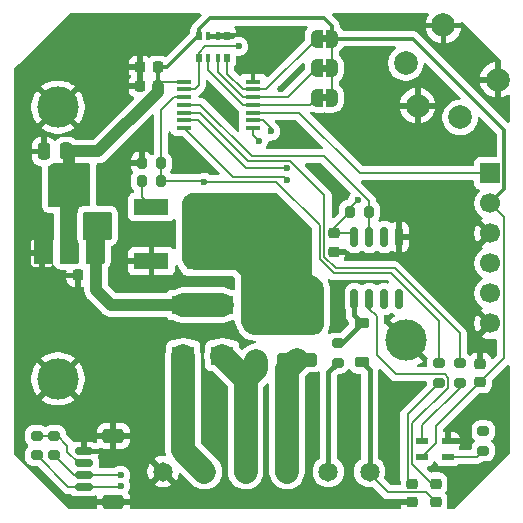
<source format=gtl>
G04 #@! TF.GenerationSoftware,KiCad,Pcbnew,9.0.1*
G04 #@! TF.CreationDate,2025-05-14T09:26:50-05:00*
G04 #@! TF.ProjectId,Incipit11,496e6369-7069-4743-9131-2e6b69636164,A*
G04 #@! TF.SameCoordinates,Original*
G04 #@! TF.FileFunction,Copper,L1,Top*
G04 #@! TF.FilePolarity,Positive*
%FSLAX46Y46*%
G04 Gerber Fmt 4.6, Leading zero omitted, Abs format (unit mm)*
G04 Created by KiCad (PCBNEW 9.0.1) date 2025-05-14 09:26:50*
%MOMM*%
%LPD*%
G01*
G04 APERTURE LIST*
G04 Aperture macros list*
%AMRoundRect*
0 Rectangle with rounded corners*
0 $1 Rounding radius*
0 $2 $3 $4 $5 $6 $7 $8 $9 X,Y pos of 4 corners*
0 Add a 4 corners polygon primitive as box body*
4,1,4,$2,$3,$4,$5,$6,$7,$8,$9,$2,$3,0*
0 Add four circle primitives for the rounded corners*
1,1,$1+$1,$2,$3*
1,1,$1+$1,$4,$5*
1,1,$1+$1,$6,$7*
1,1,$1+$1,$8,$9*
0 Add four rect primitives between the rounded corners*
20,1,$1+$1,$2,$3,$4,$5,0*
20,1,$1+$1,$4,$5,$6,$7,0*
20,1,$1+$1,$6,$7,$8,$9,0*
20,1,$1+$1,$8,$9,$2,$3,0*%
%AMFreePoly0*
4,1,23,0.500000,-0.750000,0.000000,-0.750000,0.000000,-0.745722,-0.065263,-0.745722,-0.191342,-0.711940,-0.304381,-0.646677,-0.396677,-0.554381,-0.461940,-0.441342,-0.495722,-0.315263,-0.495722,-0.250000,-0.500000,-0.250000,-0.500000,0.250000,-0.495722,0.250000,-0.495722,0.315263,-0.461940,0.441342,-0.396677,0.554381,-0.304381,0.646677,-0.191342,0.711940,-0.065263,0.745722,0.000000,0.745722,
0.000000,0.750000,0.500000,0.750000,0.500000,-0.750000,0.500000,-0.750000,$1*%
%AMFreePoly1*
4,1,23,0.000000,0.745722,0.065263,0.745722,0.191342,0.711940,0.304381,0.646677,0.396677,0.554381,0.461940,0.441342,0.495722,0.315263,0.495722,0.250000,0.500000,0.250000,0.500000,-0.250000,0.495722,-0.250000,0.495722,-0.315263,0.461940,-0.441342,0.396677,-0.554381,0.304381,-0.646677,0.191342,-0.711940,0.065263,-0.745722,0.000000,-0.745722,0.000000,-0.750000,-0.500000,-0.750000,
-0.500000,0.750000,0.000000,0.750000,0.000000,0.745722,0.000000,0.745722,$1*%
G04 Aperture macros list end*
G04 #@! TA.AperFunction,EtchedComponent*
%ADD10C,0.000000*%
G04 #@! TD*
G04 #@! TA.AperFunction,SMDPad,CuDef*
%ADD11RoundRect,0.225000X-0.375000X0.225000X-0.375000X-0.225000X0.375000X-0.225000X0.375000X0.225000X0*%
G04 #@! TD*
G04 #@! TA.AperFunction,SMDPad,CuDef*
%ADD12R,1.900000X1.600000*%
G04 #@! TD*
G04 #@! TA.AperFunction,SMDPad,CuDef*
%ADD13RoundRect,0.200000X-0.275000X0.200000X-0.275000X-0.200000X0.275000X-0.200000X0.275000X0.200000X0*%
G04 #@! TD*
G04 #@! TA.AperFunction,SMDPad,CuDef*
%ADD14RoundRect,0.200000X0.200000X0.275000X-0.200000X0.275000X-0.200000X-0.275000X0.200000X-0.275000X0*%
G04 #@! TD*
G04 #@! TA.AperFunction,ComponentPad*
%ADD15C,1.650000*%
G04 #@! TD*
G04 #@! TA.AperFunction,SMDPad,CuDef*
%ADD16RoundRect,0.250000X-1.450000X0.312500X-1.450000X-0.312500X1.450000X-0.312500X1.450000X0.312500X0*%
G04 #@! TD*
G04 #@! TA.AperFunction,SMDPad,CuDef*
%ADD17FreePoly0,0.000000*%
G04 #@! TD*
G04 #@! TA.AperFunction,SMDPad,CuDef*
%ADD18FreePoly1,0.000000*%
G04 #@! TD*
G04 #@! TA.AperFunction,SMDPad,CuDef*
%ADD19R,3.000000X1.400000*%
G04 #@! TD*
G04 #@! TA.AperFunction,SMDPad,CuDef*
%ADD20R,6.500000X6.000000*%
G04 #@! TD*
G04 #@! TA.AperFunction,SMDPad,CuDef*
%ADD21RoundRect,0.225000X-0.250000X0.225000X-0.250000X-0.225000X0.250000X-0.225000X0.250000X0.225000X0*%
G04 #@! TD*
G04 #@! TA.AperFunction,ComponentPad*
%ADD22R,1.700000X1.700000*%
G04 #@! TD*
G04 #@! TA.AperFunction,ComponentPad*
%ADD23C,1.700000*%
G04 #@! TD*
G04 #@! TA.AperFunction,ComponentPad*
%ADD24C,2.600000*%
G04 #@! TD*
G04 #@! TA.AperFunction,ConnectorPad*
%ADD25C,3.500000*%
G04 #@! TD*
G04 #@! TA.AperFunction,SMDPad,CuDef*
%ADD26RoundRect,0.200000X0.275000X-0.200000X0.275000X0.200000X-0.275000X0.200000X-0.275000X-0.200000X0*%
G04 #@! TD*
G04 #@! TA.AperFunction,SMDPad,CuDef*
%ADD27RoundRect,0.225000X-0.225000X-0.250000X0.225000X-0.250000X0.225000X0.250000X-0.225000X0.250000X0*%
G04 #@! TD*
G04 #@! TA.AperFunction,SMDPad,CuDef*
%ADD28RoundRect,0.225000X0.250000X-0.225000X0.250000X0.225000X-0.250000X0.225000X-0.250000X-0.225000X0*%
G04 #@! TD*
G04 #@! TA.AperFunction,SMDPad,CuDef*
%ADD29RoundRect,0.250000X0.250000X0.475000X-0.250000X0.475000X-0.250000X-0.475000X0.250000X-0.475000X0*%
G04 #@! TD*
G04 #@! TA.AperFunction,SMDPad,CuDef*
%ADD30RoundRect,0.150000X0.150000X-0.675000X0.150000X0.675000X-0.150000X0.675000X-0.150000X-0.675000X0*%
G04 #@! TD*
G04 #@! TA.AperFunction,ComponentPad*
%ADD31C,2.000000*%
G04 #@! TD*
G04 #@! TA.AperFunction,SMDPad,CuDef*
%ADD32R,0.889000X1.473200*%
G04 #@! TD*
G04 #@! TA.AperFunction,SMDPad,CuDef*
%ADD33R,3.149600X1.473200*%
G04 #@! TD*
G04 #@! TA.AperFunction,SMDPad,CuDef*
%ADD34RoundRect,0.225000X0.225000X0.250000X-0.225000X0.250000X-0.225000X-0.250000X0.225000X-0.250000X0*%
G04 #@! TD*
G04 #@! TA.AperFunction,SMDPad,CuDef*
%ADD35RoundRect,0.218750X0.256250X-0.218750X0.256250X0.218750X-0.256250X0.218750X-0.256250X-0.218750X0*%
G04 #@! TD*
G04 #@! TA.AperFunction,SMDPad,CuDef*
%ADD36R,0.500000X0.800000*%
G04 #@! TD*
G04 #@! TA.AperFunction,SMDPad,CuDef*
%ADD37R,0.400000X0.800000*%
G04 #@! TD*
G04 #@! TA.AperFunction,SMDPad,CuDef*
%ADD38RoundRect,0.150000X-0.625000X0.150000X-0.625000X-0.150000X0.625000X-0.150000X0.625000X0.150000X0*%
G04 #@! TD*
G04 #@! TA.AperFunction,SMDPad,CuDef*
%ADD39RoundRect,0.250000X-0.650000X0.350000X-0.650000X-0.350000X0.650000X-0.350000X0.650000X0.350000X0*%
G04 #@! TD*
G04 #@! TA.AperFunction,SMDPad,CuDef*
%ADD40R,1.308100X0.355600*%
G04 #@! TD*
G04 #@! TA.AperFunction,SMDPad,CuDef*
%ADD41R,1.000000X0.600000*%
G04 #@! TD*
G04 #@! TA.AperFunction,SMDPad,CuDef*
%ADD42RoundRect,0.225000X0.375000X-0.225000X0.375000X0.225000X-0.375000X0.225000X-0.375000X-0.225000X0*%
G04 #@! TD*
G04 #@! TA.AperFunction,ViaPad*
%ADD43C,0.600000*%
G04 #@! TD*
G04 #@! TA.AperFunction,Conductor*
%ADD44C,0.200000*%
G04 #@! TD*
G04 #@! TA.AperFunction,Conductor*
%ADD45C,2.000000*%
G04 #@! TD*
G04 #@! TA.AperFunction,Conductor*
%ADD46C,0.450000*%
G04 #@! TD*
G04 #@! TA.AperFunction,Conductor*
%ADD47C,0.300000*%
G04 #@! TD*
G04 #@! TA.AperFunction,Conductor*
%ADD48C,1.000000*%
G04 #@! TD*
G04 APERTURE END LIST*
D10*
G04 #@! TA.AperFunction,EtchedComponent*
G36*
X151300000Y-71250000D02*
G01*
X150800000Y-71250000D01*
X150800000Y-70650000D01*
X151300000Y-70650000D01*
X151300000Y-71250000D01*
G37*
G04 #@! TD.AperFunction*
G04 #@! TA.AperFunction,EtchedComponent*
G36*
X151300000Y-76250000D02*
G01*
X150800000Y-76250000D01*
X150800000Y-75650000D01*
X151300000Y-75650000D01*
X151300000Y-76250000D01*
G37*
G04 #@! TD.AperFunction*
G04 #@! TA.AperFunction,EtchedComponent*
G36*
X151300000Y-73750000D02*
G01*
X150800000Y-73750000D01*
X150800000Y-73150000D01*
X151300000Y-73150000D01*
X151300000Y-73750000D01*
G37*
G04 #@! TD.AperFunction*
D11*
X154270000Y-95050000D03*
X154270000Y-98350000D03*
D12*
X142400000Y-97800000D03*
X142400000Y-93500000D03*
D13*
X128200000Y-104575000D03*
X128200000Y-106225000D03*
X164500000Y-104175000D03*
X164500000Y-105825000D03*
D14*
X137250000Y-81500000D03*
X135600000Y-81500000D03*
D15*
X137400000Y-107600000D03*
X140900000Y-107600000D03*
X144400000Y-107600000D03*
X147900000Y-107600000D03*
X151400000Y-107600000D03*
X154900000Y-107600000D03*
D12*
X139100000Y-93500000D03*
X139100000Y-97800000D03*
D14*
X154865000Y-85600000D03*
X153215000Y-85600000D03*
D16*
X148700000Y-93862500D03*
X148700000Y-98137500D03*
D17*
X150400000Y-70950000D03*
D18*
X151700000Y-70950000D03*
D14*
X137250000Y-83000000D03*
X135600000Y-83000000D03*
D19*
X136420000Y-85200000D03*
X136420000Y-89800000D03*
D20*
X142670000Y-87500000D03*
D21*
X151840000Y-87425000D03*
X151840000Y-88975000D03*
D22*
X165100000Y-82350000D03*
D23*
X165100000Y-84890000D03*
X165100000Y-87430000D03*
X165100000Y-89970000D03*
X165100000Y-92510000D03*
X165100000Y-95050000D03*
D24*
X128500000Y-76750000D03*
D25*
X128500000Y-76750000D03*
D26*
X162500000Y-100075000D03*
X162500000Y-98425000D03*
D17*
X150400000Y-75950000D03*
D18*
X151700000Y-75950000D03*
D27*
X135436100Y-73350000D03*
X136986100Y-73350000D03*
D28*
X164250000Y-100025000D03*
X164250000Y-98475000D03*
D29*
X129200000Y-80500000D03*
X127300000Y-80500000D03*
D30*
X153600000Y-93000000D03*
X154870000Y-93000000D03*
X156140000Y-93000000D03*
X157410000Y-93000000D03*
X157410000Y-87750000D03*
X156140000Y-87750000D03*
X154870000Y-87750000D03*
X153600000Y-87750000D03*
D13*
X126700000Y-104575000D03*
X126700000Y-106225000D03*
D31*
X162555826Y-77610369D03*
X157959632Y-73014175D03*
X165737806Y-74428389D03*
X161141612Y-69832195D03*
X158949581Y-76620420D03*
D27*
X135436100Y-74950000D03*
X136986100Y-74950000D03*
D24*
X128500000Y-99750000D03*
D25*
X128500000Y-99750000D03*
D32*
X127138600Y-89063900D03*
X129450000Y-89063900D03*
X131761400Y-89063900D03*
D33*
X129450000Y-82536100D03*
D34*
X131725000Y-91000000D03*
X130175000Y-91000000D03*
D35*
X160500000Y-110187500D03*
X160500000Y-108612500D03*
X158500000Y-110187500D03*
X158500000Y-108612500D03*
D36*
X142811100Y-70750000D03*
D37*
X142011100Y-70750000D03*
X141211100Y-70750000D03*
D36*
X140411100Y-70750000D03*
X140411100Y-72550000D03*
D37*
X141211100Y-72550000D03*
X142011100Y-72550000D03*
D36*
X142811100Y-72550000D03*
D13*
X160750000Y-98425000D03*
X160750000Y-100075000D03*
D17*
X150400000Y-73450000D03*
D18*
X151700000Y-73450000D03*
D38*
X130675000Y-105900000D03*
X130675000Y-106900000D03*
X130675000Y-107900000D03*
X130675000Y-108900000D03*
D39*
X133200000Y-104600000D03*
X133200000Y-110200000D03*
D13*
X152170000Y-96750000D03*
X152170000Y-98400000D03*
D24*
X158000000Y-96500000D03*
D25*
X158000000Y-96500000D03*
D40*
X139209150Y-74599999D03*
X139209150Y-75250000D03*
X139209150Y-75900001D03*
X139209150Y-76550000D03*
X139209150Y-77199999D03*
X139209150Y-77850000D03*
X139209150Y-78499999D03*
X145013050Y-78500001D03*
X145013050Y-77850000D03*
X145013050Y-77200001D03*
X145013050Y-76550000D03*
X145013050Y-75900001D03*
X145013050Y-75250000D03*
X145013050Y-74600001D03*
D41*
X161500000Y-106350000D03*
X161500000Y-105050000D03*
X159300000Y-105050000D03*
X159300000Y-106350000D03*
D42*
X145300000Y-98250000D03*
X145300000Y-94950000D03*
D43*
X165200000Y-79300000D03*
X156000000Y-72800000D03*
X151800000Y-78600000D03*
X154200000Y-89400000D03*
X143400000Y-77800000D03*
X162800000Y-103200000D03*
X166000000Y-100000000D03*
X153200000Y-100200000D03*
X150000000Y-100200000D03*
X153000000Y-69400000D03*
X139200000Y-69600000D03*
X132400000Y-82000000D03*
X132400000Y-83000000D03*
X133200000Y-91000000D03*
X153900000Y-84600000D03*
X133800000Y-107900000D03*
X145513863Y-79586135D03*
X146500000Y-78800000D03*
X133800000Y-108800000D03*
X146400000Y-73400000D03*
X137500000Y-88000000D03*
X146250000Y-110250000D03*
X159000000Y-100500000D03*
X135500000Y-87000000D03*
X141400000Y-75200000D03*
X130250000Y-110250000D03*
X136500000Y-87000000D03*
X147800000Y-78400000D03*
X156100000Y-110300000D03*
X136000000Y-78500000D03*
X149000000Y-70600000D03*
X142800000Y-95600000D03*
X139000000Y-80000000D03*
X143000000Y-91500000D03*
X156750000Y-100250000D03*
X144000000Y-73200000D03*
X152250000Y-95000000D03*
X135500000Y-88000000D03*
X156200000Y-106100000D03*
X133600000Y-91800000D03*
X137500000Y-87000000D03*
X142400000Y-101800000D03*
X147800000Y-79800000D03*
X150200000Y-82000000D03*
X162000000Y-109250000D03*
X136500000Y-88000000D03*
X135250000Y-110250000D03*
X147400000Y-75200000D03*
X140900000Y-83100000D03*
X143800000Y-71600000D03*
X147900000Y-81900000D03*
X147900000Y-82900000D03*
D44*
X154050000Y-82350000D02*
X165100000Y-82350000D01*
X148900001Y-77200001D02*
X154050000Y-82350000D01*
X145013050Y-77200001D02*
X148900001Y-77200001D01*
D45*
X139100000Y-105800000D02*
X140900000Y-107600000D01*
X139100000Y-97800000D02*
X139100000Y-105800000D01*
X144400000Y-99800000D02*
X144400000Y-107600000D01*
X147900000Y-98937500D02*
X147900000Y-107600000D01*
D46*
X151400000Y-99170000D02*
X151400000Y-107600000D01*
X154900000Y-98980000D02*
X154900000Y-107600000D01*
D44*
X156451000Y-109351000D02*
X154900000Y-107800000D01*
X159663500Y-109351000D02*
X156451000Y-109351000D01*
X160500000Y-110187500D02*
X159663500Y-109351000D01*
D47*
X140411100Y-70150000D02*
X140411100Y-70750000D01*
X141361100Y-69200000D02*
X140411100Y-70150000D01*
X151000000Y-69200000D02*
X141361100Y-69200000D01*
X151700000Y-69900000D02*
X151000000Y-69200000D01*
X151700000Y-70950000D02*
X151700000Y-69900000D01*
X166301000Y-78701000D02*
X158550000Y-70950000D01*
X166301000Y-83689000D02*
X166301000Y-78701000D01*
X165100000Y-84890000D02*
X166301000Y-83689000D01*
X158550000Y-70950000D02*
X151700000Y-70950000D01*
X137750000Y-73350000D02*
X136986100Y-73350000D01*
D44*
X164250000Y-100025000D02*
X166251000Y-98024000D01*
X160500000Y-105150000D02*
X160500000Y-103775000D01*
X152165000Y-87750000D02*
X151840000Y-87425000D01*
X151700000Y-75950000D02*
X151700000Y-73450000D01*
X137336101Y-74599999D02*
X136986100Y-74950000D01*
D48*
X129200000Y-80500000D02*
X131911100Y-80500000D01*
D44*
X159300000Y-106350000D02*
X160500000Y-105150000D01*
D48*
X129450000Y-82536100D02*
X129450000Y-80750000D01*
D47*
X140350000Y-70750000D02*
X137750000Y-73350000D01*
D44*
X151840000Y-87425000D02*
X153275000Y-87425000D01*
X166251000Y-86041000D02*
X165100000Y-84890000D01*
X139209150Y-74599999D02*
X137336101Y-74599999D01*
X151840000Y-86975000D02*
X153215000Y-85600000D01*
D48*
X131911100Y-80500000D02*
X136986100Y-75425000D01*
D44*
X166251000Y-98024000D02*
X166251000Y-86041000D01*
D48*
X129200000Y-82286100D02*
X129450000Y-82536100D01*
X129450000Y-80750000D02*
X129200000Y-80500000D01*
X136986100Y-75425000D02*
X136986100Y-74950000D01*
D44*
X153275000Y-87425000D02*
X153600000Y-87750000D01*
X151840000Y-87425000D02*
X151840000Y-86975000D01*
X151700000Y-70950000D02*
X151700000Y-73450000D01*
D47*
X140411100Y-70750000D02*
X140350000Y-70750000D01*
X136986100Y-74950000D02*
X136986100Y-73350000D01*
D44*
X160500000Y-103775000D02*
X164250000Y-100025000D01*
X153215000Y-85285000D02*
X153900000Y-84600000D01*
X153215000Y-85600000D02*
X153215000Y-85285000D01*
D46*
X152170000Y-96750000D02*
X152570000Y-96750000D01*
X152570000Y-96750000D02*
X154270000Y-95050000D01*
X153600000Y-94380000D02*
X154270000Y-95050000D01*
D44*
X153870000Y-95050000D02*
X154270000Y-95050000D01*
D46*
X153600000Y-93000000D02*
X153600000Y-94380000D01*
D44*
X155500000Y-97750000D02*
X157124000Y-99374000D01*
X154870000Y-93000000D02*
X154870000Y-93824999D01*
X160160500Y-108612500D02*
X160500000Y-108612500D01*
X158500000Y-103514064D02*
X161526000Y-100488064D01*
X158500000Y-106952000D02*
X160160500Y-108612500D01*
X155500000Y-94454999D02*
X155500000Y-97750000D01*
X158500000Y-103514064D02*
X158500000Y-106952000D01*
X154870000Y-93824999D02*
X155500000Y-94454999D01*
X157124000Y-99374000D02*
X161238064Y-99374000D01*
X161526000Y-99661936D02*
X161526000Y-100488064D01*
X161238064Y-99374000D02*
X161526000Y-99661936D01*
D45*
X144400000Y-99800000D02*
X145300000Y-98900000D01*
X145300000Y-98900000D02*
X145300000Y-98250000D01*
X144400000Y-99800000D02*
X142400000Y-97800000D01*
D44*
X158099000Y-102726000D02*
X160750000Y-100075000D01*
X158500000Y-108612500D02*
X158099000Y-108211500D01*
X158099000Y-108211500D02*
X158099000Y-102726000D01*
D45*
X147900000Y-98937500D02*
X148700000Y-98137500D01*
D44*
X130675000Y-107900000D02*
X129875000Y-107900000D01*
X129875000Y-107900000D02*
X128200000Y-106225000D01*
X145013050Y-78500001D02*
X145013050Y-79085322D01*
X145013050Y-79085322D02*
X145513863Y-79586135D01*
X133800000Y-107900000D02*
X130675000Y-107900000D01*
X154865000Y-84715057D02*
X151048943Y-80899000D01*
X154865000Y-85600000D02*
X154865000Y-84715057D01*
X154870000Y-87750000D02*
X154870000Y-85605000D01*
X154870000Y-85605000D02*
X154865000Y-85600000D01*
X151048943Y-80899000D02*
X144899000Y-80899000D01*
X140550000Y-76550000D02*
X139209150Y-76550000D01*
X144899000Y-80899000D02*
X140550000Y-76550000D01*
X133800000Y-108800000D02*
X133700000Y-108900000D01*
X129375000Y-108900000D02*
X126700000Y-106225000D01*
X145013050Y-77850000D02*
X145867100Y-77850000D01*
X145867100Y-77850000D02*
X146500000Y-78482900D01*
X133700000Y-108900000D02*
X130675000Y-108900000D01*
X146500000Y-78482900D02*
X146500000Y-78800000D01*
X130675000Y-108900000D02*
X129375000Y-108900000D01*
X164480000Y-82970000D02*
X165100000Y-82350000D01*
D48*
X133000000Y-93500000D02*
X139100000Y-93500000D01*
D45*
X142400000Y-93500000D02*
X139100000Y-93500000D01*
D48*
X131725000Y-89100300D02*
X131761400Y-89063900D01*
X131761400Y-90963600D02*
X131725000Y-91000000D01*
X131725000Y-92225000D02*
X133000000Y-93500000D01*
X131725000Y-91000000D02*
X131725000Y-92225000D01*
X131725000Y-91000000D02*
X131725000Y-89100300D01*
D46*
X154900000Y-98980000D02*
X154270000Y-98350000D01*
D44*
X154320000Y-98400000D02*
X154270000Y-98350000D01*
D46*
X151400000Y-99170000D02*
X152170000Y-98400000D01*
D44*
X135600000Y-83000000D02*
X135600000Y-84380000D01*
X135600000Y-84380000D02*
X136420000Y-85200000D01*
X156677968Y-90801000D02*
X151873790Y-90801000D01*
X140900000Y-83100000D02*
X140800000Y-83100000D01*
X147000000Y-83100000D02*
X140900000Y-83100000D01*
X137250000Y-77005101D02*
X137250000Y-81500000D01*
X139209150Y-75900001D02*
X138355100Y-75900001D01*
X151873790Y-90801000D02*
X150663000Y-89590210D01*
X150663000Y-86763000D02*
X147000000Y-83100000D01*
X140800000Y-83100000D02*
X140700000Y-83000000D01*
X160750000Y-94873032D02*
X156677968Y-90801000D01*
X138355100Y-75900001D02*
X137250000Y-77005101D01*
X160750000Y-98425000D02*
X160750000Y-94873032D01*
X150663000Y-89590210D02*
X150663000Y-86763000D01*
X137250000Y-81500000D02*
X137250000Y-83000000D01*
X140700000Y-83000000D02*
X137250000Y-83000000D01*
X140063200Y-75250000D02*
X140411100Y-74902100D01*
X140411100Y-72550000D02*
X140411100Y-72148000D01*
X139209150Y-75250000D02*
X140063200Y-75250000D01*
X140411100Y-74902100D02*
X140411100Y-72550000D01*
X140959100Y-71600000D02*
X143800000Y-71600000D01*
X140411100Y-72148000D02*
X140959100Y-71600000D01*
X140350000Y-77850000D02*
X139209150Y-77850000D01*
X147900000Y-81900000D02*
X144400000Y-81900000D01*
X144400000Y-81900000D02*
X140350000Y-77850000D01*
X147648943Y-82648943D02*
X147900000Y-82900000D01*
X143358094Y-82648943D02*
X147648943Y-82648943D01*
X139209150Y-78499999D02*
X143358094Y-82648943D01*
X144159000Y-75900001D02*
X142011100Y-73752101D01*
X145013050Y-75900001D02*
X144159000Y-75900001D01*
X145013050Y-75900001D02*
X147949999Y-75900001D01*
X142011100Y-73752101D02*
X142011100Y-72550000D01*
X147949999Y-75900001D02*
X150400000Y-73450000D01*
X145013050Y-76550000D02*
X144159000Y-76550000D01*
X145013050Y-76550000D02*
X149800000Y-76550000D01*
X149800000Y-76550000D02*
X150400000Y-75950000D01*
X141211100Y-73602100D02*
X141211100Y-72550000D01*
X144159000Y-76550000D02*
X141211100Y-73602100D01*
X144159000Y-75250000D02*
X142811100Y-73902100D01*
X146100000Y-75250000D02*
X150400000Y-70950000D01*
X145013050Y-75250000D02*
X144159000Y-75250000D01*
X142811100Y-73902100D02*
X142811100Y-72550000D01*
X145013050Y-75250000D02*
X146100000Y-75250000D01*
X159300000Y-105050000D02*
X159300000Y-103700000D01*
X162500000Y-100500000D02*
X162500000Y-100075000D01*
X159300000Y-103700000D02*
X162500000Y-100500000D01*
X163975000Y-106350000D02*
X164500000Y-105825000D01*
X161500000Y-106350000D02*
X163975000Y-106350000D01*
X144600000Y-81300000D02*
X140499999Y-77199999D01*
X162500000Y-98425000D02*
X162500000Y-95900000D01*
X162500000Y-95900000D02*
X157000000Y-90400000D01*
X140499999Y-77199999D02*
X139209150Y-77199999D01*
X148149943Y-81300000D02*
X144600000Y-81300000D01*
X157000000Y-90400000D02*
X152039890Y-90400000D01*
X151064000Y-89424110D02*
X151064000Y-84214057D01*
X151064000Y-84214057D02*
X148149943Y-81300000D01*
X152039890Y-90400000D02*
X151064000Y-89424110D01*
X130258032Y-106900000D02*
X129300000Y-105941968D01*
X130675000Y-106900000D02*
X130258032Y-106900000D01*
X128475000Y-104575000D02*
X128200000Y-104575000D01*
X129300000Y-105400000D02*
X128475000Y-104575000D01*
X126700000Y-104575000D02*
X128200000Y-104575000D01*
X129300000Y-105941968D02*
X129300000Y-105400000D01*
G04 #@! TA.AperFunction,Conductor*
G36*
X131193039Y-81519685D02*
G01*
X131238794Y-81572489D01*
X131250000Y-81624000D01*
X131250000Y-84970500D01*
X131230315Y-85037539D01*
X131177511Y-85083294D01*
X131126000Y-85094500D01*
X130774000Y-85094500D01*
X130773991Y-85094500D01*
X130773990Y-85094501D01*
X130666549Y-85106052D01*
X130666537Y-85106054D01*
X130615027Y-85117260D01*
X130512497Y-85151385D01*
X130512495Y-85151386D01*
X130467485Y-85180314D01*
X130400446Y-85200000D01*
X130250000Y-85200000D01*
X130250000Y-85344498D01*
X130238794Y-85396010D01*
X130184664Y-85514534D01*
X130164976Y-85581582D01*
X130151325Y-85676528D01*
X130144500Y-85724000D01*
X130144500Y-87876000D01*
X130144501Y-87876009D01*
X130156052Y-87983450D01*
X130156054Y-87983462D01*
X130167260Y-88034972D01*
X130201385Y-88137502D01*
X130201386Y-88137504D01*
X130230314Y-88182515D01*
X130250000Y-88249554D01*
X130250000Y-89876000D01*
X130230315Y-89943039D01*
X130177511Y-89988794D01*
X130126000Y-90000000D01*
X128774000Y-90000000D01*
X128706961Y-89980315D01*
X128661206Y-89927511D01*
X128650000Y-89876000D01*
X128650000Y-85200000D01*
X127774000Y-85200000D01*
X127706961Y-85180315D01*
X127661206Y-85127511D01*
X127650000Y-85076000D01*
X127650000Y-81822035D01*
X127669685Y-81754996D01*
X127722489Y-81709241D01*
X127734991Y-81704330D01*
X127869334Y-81659814D01*
X128018656Y-81567712D01*
X128050049Y-81536319D01*
X128111372Y-81502834D01*
X128137730Y-81500000D01*
X131126000Y-81500000D01*
X131193039Y-81519685D01*
G37*
G04 #@! TD.AperFunction*
G04 #@! TA.AperFunction,Conductor*
G36*
X132993039Y-85619685D02*
G01*
X133038794Y-85672489D01*
X133050000Y-85724000D01*
X133050000Y-87876000D01*
X133030315Y-87943039D01*
X132977511Y-87988794D01*
X132926000Y-88000000D01*
X132450000Y-88000000D01*
X132450000Y-89876000D01*
X132430315Y-89943039D01*
X132377511Y-89988794D01*
X132326000Y-90000000D01*
X130974000Y-90000000D01*
X130906961Y-89980315D01*
X130861206Y-89927511D01*
X130850000Y-89876000D01*
X130850000Y-88000000D01*
X130774000Y-88000000D01*
X130706961Y-87980315D01*
X130661206Y-87927511D01*
X130650000Y-87876000D01*
X130650000Y-85724000D01*
X130669685Y-85656961D01*
X130722489Y-85611206D01*
X130774000Y-85600000D01*
X132926000Y-85600000D01*
X132993039Y-85619685D01*
G37*
G04 #@! TD.AperFunction*
G04 #@! TA.AperFunction,Conductor*
G36*
X147066442Y-84019685D02*
G01*
X147087084Y-84036319D01*
X149963681Y-86912916D01*
X149997166Y-86974239D01*
X150000000Y-87000597D01*
X150000000Y-91000000D01*
X150493858Y-91246929D01*
X150505760Y-91253727D01*
X150649266Y-91346596D01*
X150656230Y-91351103D01*
X150677449Y-91368441D01*
X150798014Y-91491538D01*
X150814907Y-91513113D01*
X150905495Y-91659688D01*
X150917237Y-91684445D01*
X150973421Y-91847333D01*
X150979439Y-91874065D01*
X150999241Y-92052189D01*
X151000000Y-92065890D01*
X151000000Y-95140354D01*
X150999403Y-95152508D01*
X150984796Y-95300811D01*
X150980054Y-95324653D01*
X150938571Y-95461403D01*
X150929268Y-95483861D01*
X150861907Y-95609883D01*
X150848403Y-95630093D01*
X150757748Y-95740558D01*
X150740558Y-95757748D01*
X150630093Y-95848403D01*
X150609883Y-95861907D01*
X150483861Y-95929268D01*
X150461403Y-95938571D01*
X150324653Y-95980054D01*
X150300811Y-95984796D01*
X150152508Y-95999403D01*
X150140354Y-96000000D01*
X145065891Y-96000000D01*
X145052190Y-95999241D01*
X144874065Y-95979439D01*
X144847333Y-95973421D01*
X144684445Y-95917237D01*
X144659688Y-95905495D01*
X144513113Y-95814907D01*
X144491538Y-95798014D01*
X144368441Y-95677449D01*
X144351103Y-95656230D01*
X144253731Y-95505766D01*
X144246929Y-95493858D01*
X144108791Y-95217582D01*
X144103122Y-95204384D01*
X144031671Y-95007259D01*
X144025081Y-94979344D01*
X144000832Y-94771077D01*
X144000000Y-94756736D01*
X144000000Y-91000000D01*
X143500000Y-90500000D01*
X143146447Y-90500000D01*
X140006093Y-90500000D01*
X139993939Y-90499403D01*
X139817065Y-90481982D01*
X139793224Y-90477240D01*
X139629001Y-90427424D01*
X139606543Y-90418121D01*
X139455201Y-90337227D01*
X139434989Y-90323722D01*
X139302333Y-90214854D01*
X139285145Y-90197666D01*
X139176277Y-90065010D01*
X139162772Y-90044798D01*
X139081878Y-89893456D01*
X139072575Y-89870998D01*
X139022757Y-89706769D01*
X139018018Y-89682941D01*
X139000597Y-89506061D01*
X139000000Y-89493907D01*
X139000000Y-85006092D01*
X139000597Y-84993938D01*
X139006572Y-84933273D01*
X139018018Y-84817056D01*
X139022757Y-84793232D01*
X139072577Y-84628994D01*
X139081875Y-84606549D01*
X139162775Y-84455195D01*
X139176272Y-84434995D01*
X139285149Y-84302328D01*
X139302328Y-84285149D01*
X139434995Y-84176272D01*
X139455195Y-84162775D01*
X139606549Y-84081875D01*
X139628994Y-84072577D01*
X139793232Y-84022757D01*
X139817056Y-84018018D01*
X139993939Y-84000597D01*
X140006093Y-84000000D01*
X146999403Y-84000000D01*
X147066442Y-84019685D01*
G37*
G04 #@! TD.AperFunction*
G04 #@! TA.AperFunction,Conductor*
G36*
X127433664Y-85605567D02*
G01*
X127433667Y-85605568D01*
X127433668Y-85605569D01*
X127486690Y-85629784D01*
X127564541Y-85665338D01*
X127631580Y-85685023D01*
X127631584Y-85685024D01*
X127774000Y-85705500D01*
X128020500Y-85705500D01*
X128087539Y-85725185D01*
X128133294Y-85777989D01*
X128144500Y-85829500D01*
X128144500Y-88000000D01*
X128050000Y-88000000D01*
X128050000Y-90000000D01*
X126450000Y-90000000D01*
X126450000Y-88000000D01*
X125850000Y-88000000D01*
X125850000Y-85600000D01*
X127427239Y-85600000D01*
X127433664Y-85605567D01*
G37*
G04 #@! TD.AperFunction*
G04 #@! TA.AperFunction,Conductor*
G36*
X140608331Y-68820185D02*
G01*
X140654086Y-68872989D01*
X140664030Y-68942147D01*
X140635005Y-69005703D01*
X140628973Y-69012181D01*
X139905827Y-69735325D01*
X139905821Y-69735332D01*
X139850606Y-69817968D01*
X139850607Y-69817969D01*
X139834634Y-69841874D01*
X139785598Y-69960258D01*
X139775866Y-70009178D01*
X139753518Y-70059291D01*
X139717303Y-70107670D01*
X139717302Y-70107671D01*
X139667008Y-70242517D01*
X139660601Y-70302116D01*
X139660600Y-70302135D01*
X139660600Y-70468091D01*
X139640915Y-70535130D01*
X139624281Y-70555772D01*
X137726594Y-72453458D01*
X137665271Y-72486943D01*
X137595579Y-72481959D01*
X137573817Y-72471316D01*
X137519803Y-72438000D01*
X137519798Y-72437998D01*
X137519797Y-72437997D01*
X137406635Y-72400499D01*
X137358809Y-72384651D01*
X137259446Y-72374500D01*
X136712762Y-72374500D01*
X136712744Y-72374501D01*
X136613392Y-72384650D01*
X136613389Y-72384651D01*
X136452405Y-72437996D01*
X136452394Y-72438001D01*
X136308059Y-72527029D01*
X136308053Y-72527033D01*
X136298424Y-72536663D01*
X136237100Y-72570146D01*
X136167408Y-72565159D01*
X136123065Y-72536660D01*
X136113832Y-72527427D01*
X136113828Y-72527424D01*
X135969592Y-72438457D01*
X135969581Y-72438452D01*
X135808706Y-72385144D01*
X135709422Y-72375000D01*
X135686100Y-72375000D01*
X135686100Y-74826000D01*
X135666415Y-74893039D01*
X135613611Y-74938794D01*
X135562100Y-74950000D01*
X135436100Y-74950000D01*
X135436100Y-75076000D01*
X135416415Y-75143039D01*
X135363611Y-75188794D01*
X135312100Y-75200000D01*
X134486101Y-75200000D01*
X134486101Y-75248322D01*
X134496244Y-75347607D01*
X134549552Y-75508481D01*
X134549557Y-75508492D01*
X134638524Y-75652728D01*
X134638527Y-75652732D01*
X134758367Y-75772572D01*
X134758371Y-75772575D01*
X134908763Y-75865339D01*
X134907740Y-75866996D01*
X134952790Y-75906665D01*
X134971940Y-75973859D01*
X134951723Y-76040740D01*
X134935625Y-76060553D01*
X131532999Y-79463181D01*
X131471676Y-79496666D01*
X131445318Y-79499500D01*
X130037230Y-79499500D01*
X129970191Y-79479815D01*
X129949549Y-79463181D01*
X129918657Y-79432289D01*
X129918656Y-79432288D01*
X129769334Y-79340186D01*
X129602797Y-79285001D01*
X129602795Y-79285000D01*
X129500010Y-79274500D01*
X128899998Y-79274500D01*
X128899980Y-79274501D01*
X128797203Y-79285000D01*
X128797200Y-79285001D01*
X128630668Y-79340185D01*
X128630663Y-79340187D01*
X128481342Y-79432289D01*
X128357288Y-79556343D01*
X128357283Y-79556349D01*
X128355241Y-79559661D01*
X128353247Y-79561453D01*
X128352807Y-79562011D01*
X128352711Y-79561935D01*
X128303291Y-79606383D01*
X128234328Y-79617602D01*
X128170247Y-79589755D01*
X128144168Y-79559656D01*
X128142319Y-79556659D01*
X128142316Y-79556655D01*
X128018345Y-79432684D01*
X127869124Y-79340643D01*
X127869119Y-79340641D01*
X127702697Y-79285494D01*
X127702690Y-79285493D01*
X127599986Y-79275000D01*
X127550000Y-79275000D01*
X127550000Y-80376000D01*
X127530315Y-80443039D01*
X127477511Y-80488794D01*
X127426000Y-80500000D01*
X127300000Y-80500000D01*
X127300000Y-80626000D01*
X127280315Y-80693039D01*
X127227511Y-80738794D01*
X127176000Y-80750000D01*
X126300001Y-80750000D01*
X126300001Y-81024986D01*
X126310494Y-81127697D01*
X126365641Y-81294119D01*
X126365643Y-81294124D01*
X126457684Y-81443345D01*
X126581654Y-81567315D01*
X126730875Y-81659356D01*
X126730880Y-81659358D01*
X126897302Y-81714505D01*
X126897309Y-81714506D01*
X127000018Y-81724999D01*
X127020495Y-81724999D01*
X127087535Y-81744681D01*
X127133292Y-81797483D01*
X127144500Y-81848999D01*
X127144500Y-85076000D01*
X127144501Y-85076009D01*
X127156052Y-85183450D01*
X127156054Y-85183462D01*
X127167260Y-85234972D01*
X127201383Y-85337497D01*
X127201386Y-85337503D01*
X127279171Y-85458537D01*
X127279179Y-85458548D01*
X127324923Y-85511340D01*
X127324926Y-85511343D01*
X127324930Y-85511347D01*
X127427239Y-85600000D01*
X125850000Y-85600000D01*
X125850000Y-88000000D01*
X126314535Y-88000000D01*
X126250749Y-88085206D01*
X126250745Y-88085213D01*
X126200503Y-88219920D01*
X126200501Y-88219927D01*
X126194100Y-88279455D01*
X126194100Y-88813900D01*
X126450000Y-88813900D01*
X126450000Y-89313900D01*
X126194100Y-89313900D01*
X126194100Y-89848344D01*
X126200501Y-89907872D01*
X126200503Y-89907879D01*
X126250745Y-90042586D01*
X126250749Y-90042593D01*
X126336909Y-90157687D01*
X126336912Y-90157690D01*
X126452006Y-90243850D01*
X126452013Y-90243854D01*
X126586720Y-90294096D01*
X126586727Y-90294098D01*
X126646255Y-90300499D01*
X126646272Y-90300500D01*
X126888600Y-90300500D01*
X126888600Y-90000000D01*
X127388600Y-90000000D01*
X127388600Y-90300500D01*
X127630928Y-90300500D01*
X127630944Y-90300499D01*
X127690472Y-90294098D01*
X127690479Y-90294096D01*
X127825186Y-90243854D01*
X127825193Y-90243850D01*
X127940286Y-90157690D01*
X127983618Y-90099808D01*
X128039552Y-90057937D01*
X128109244Y-90052953D01*
X128170567Y-90086438D01*
X128197843Y-90130595D01*
X128198037Y-90130503D01*
X128198897Y-90132300D01*
X128200538Y-90134957D01*
X128201383Y-90137496D01*
X128201386Y-90137503D01*
X128279171Y-90258537D01*
X128279179Y-90258548D01*
X128324923Y-90311340D01*
X128324926Y-90311343D01*
X128324930Y-90311347D01*
X128433664Y-90405567D01*
X128433667Y-90405568D01*
X128433668Y-90405569D01*
X128448360Y-90412279D01*
X128564541Y-90465338D01*
X128631580Y-90485023D01*
X128631584Y-90485024D01*
X128774000Y-90505500D01*
X128774003Y-90505500D01*
X129107729Y-90505500D01*
X129174768Y-90525185D01*
X129220523Y-90577989D01*
X129231087Y-90642103D01*
X129225000Y-90701677D01*
X129225000Y-90750000D01*
X130051000Y-90750000D01*
X130118039Y-90769685D01*
X130163794Y-90822489D01*
X130175000Y-90874000D01*
X130175000Y-91000000D01*
X130301000Y-91000000D01*
X130368039Y-91019685D01*
X130413794Y-91072489D01*
X130425000Y-91124000D01*
X130425000Y-91974999D01*
X130448308Y-91974999D01*
X130448322Y-91974998D01*
X130547606Y-91964855D01*
X130561493Y-91960254D01*
X130631321Y-91957850D01*
X130691364Y-91993581D01*
X130722558Y-92056100D01*
X130724500Y-92077959D01*
X130724500Y-92323544D01*
X130762947Y-92516833D01*
X130762949Y-92516837D01*
X130785038Y-92570164D01*
X130838366Y-92698911D01*
X130838371Y-92698920D01*
X130947859Y-92862780D01*
X130947860Y-92862781D01*
X130947861Y-92862782D01*
X131087218Y-93002139D01*
X131087219Y-93002139D01*
X131094286Y-93009206D01*
X131094285Y-93009206D01*
X131094288Y-93009208D01*
X132222860Y-94137781D01*
X132222861Y-94137782D01*
X132310329Y-94225250D01*
X132362219Y-94277140D01*
X132526079Y-94386628D01*
X132526092Y-94386635D01*
X132654833Y-94439961D01*
X132708159Y-94462049D01*
X132708164Y-94462051D01*
X132785882Y-94477510D01*
X132814776Y-94483257D01*
X132901456Y-94500500D01*
X132901459Y-94500500D01*
X132901460Y-94500500D01*
X133098540Y-94500500D01*
X137612820Y-94500500D01*
X137679859Y-94520185D01*
X137712085Y-94550187D01*
X137792454Y-94657546D01*
X137838643Y-94692123D01*
X137907664Y-94743793D01*
X137907671Y-94743797D01*
X137952618Y-94760561D01*
X138042517Y-94794091D01*
X138102127Y-94800500D01*
X138317467Y-94800499D01*
X138373763Y-94814014D01*
X138524003Y-94890566D01*
X138524005Y-94890566D01*
X138524008Y-94890568D01*
X138584300Y-94910158D01*
X138748631Y-94963553D01*
X138981903Y-95000500D01*
X138981908Y-95000500D01*
X142518097Y-95000500D01*
X142751368Y-94963553D01*
X142759521Y-94960904D01*
X142975992Y-94890568D01*
X143126237Y-94814013D01*
X143139240Y-94810892D01*
X143147597Y-94805522D01*
X143182532Y-94800499D01*
X143384943Y-94800499D01*
X143451982Y-94820184D01*
X143497737Y-94872988D01*
X143508111Y-94910158D01*
X143522972Y-95037802D01*
X143533102Y-95095481D01*
X143539693Y-95123399D01*
X143542144Y-95131619D01*
X143556427Y-95179519D01*
X143556430Y-95179527D01*
X143556434Y-95179540D01*
X143627874Y-95376637D01*
X143638649Y-95403873D01*
X143644336Y-95417111D01*
X143656646Y-95443625D01*
X143794804Y-95719940D01*
X143807986Y-95744577D01*
X143807991Y-95744585D01*
X143814793Y-95756493D01*
X143826883Y-95776359D01*
X143829359Y-95780428D01*
X143913817Y-95910935D01*
X143926717Y-95930869D01*
X143926724Y-95930878D01*
X143926729Y-95930886D01*
X143959653Y-95976068D01*
X143959654Y-95976070D01*
X143959660Y-95976077D01*
X143976998Y-95997296D01*
X144001404Y-96024002D01*
X144014739Y-96038594D01*
X144054715Y-96077747D01*
X144137829Y-96159151D01*
X144179900Y-96196024D01*
X144201475Y-96212917D01*
X144247357Y-96244911D01*
X144393932Y-96335499D01*
X144443064Y-96362227D01*
X144467821Y-96373969D01*
X144519615Y-96395109D01*
X144682503Y-96451293D01*
X144736312Y-96466579D01*
X144736325Y-96466582D01*
X144736340Y-96466586D01*
X144751905Y-96470089D01*
X144763044Y-96472597D01*
X144818213Y-96481844D01*
X144996338Y-96501646D01*
X145024229Y-96503967D01*
X145037930Y-96504726D01*
X145065891Y-96505500D01*
X145065908Y-96505500D01*
X145146891Y-96505500D01*
X145213930Y-96525185D01*
X145259685Y-96577989D01*
X145269629Y-96647147D01*
X145240604Y-96710703D01*
X145181826Y-96748477D01*
X145166289Y-96751973D01*
X144948631Y-96786446D01*
X144724003Y-96859433D01*
X144513566Y-96966657D01*
X144404550Y-97045862D01*
X144322490Y-97105483D01*
X144322488Y-97105485D01*
X144322487Y-97105485D01*
X144162681Y-97265292D01*
X144154735Y-97269630D01*
X144149310Y-97276878D01*
X144124550Y-97286112D01*
X144101358Y-97298777D01*
X144092328Y-97298131D01*
X144083846Y-97301295D01*
X144058025Y-97295678D01*
X144031666Y-97293793D01*
X144022612Y-97287974D01*
X144015573Y-97286443D01*
X143987319Y-97265292D01*
X143886818Y-97164791D01*
X143853333Y-97103468D01*
X143850499Y-97077110D01*
X143850499Y-96952129D01*
X143850498Y-96952123D01*
X143850497Y-96952116D01*
X143844091Y-96892517D01*
X143831751Y-96859433D01*
X143793797Y-96757671D01*
X143793793Y-96757664D01*
X143707547Y-96642455D01*
X143707544Y-96642452D01*
X143592335Y-96556206D01*
X143592328Y-96556202D01*
X143457482Y-96505908D01*
X143457483Y-96505908D01*
X143397883Y-96499501D01*
X143397881Y-96499500D01*
X143397873Y-96499500D01*
X143397865Y-96499500D01*
X143182531Y-96499500D01*
X143126236Y-96485985D01*
X142975996Y-96409433D01*
X142751368Y-96336446D01*
X142518097Y-96299500D01*
X142518092Y-96299500D01*
X142281908Y-96299500D01*
X142281903Y-96299500D01*
X142048630Y-96336447D01*
X142048627Y-96336447D01*
X141824009Y-96409431D01*
X141824008Y-96409431D01*
X141673760Y-96485985D01*
X141617467Y-96499500D01*
X141402130Y-96499500D01*
X141402123Y-96499501D01*
X141342516Y-96505908D01*
X141207671Y-96556202D01*
X141207664Y-96556206D01*
X141092455Y-96642452D01*
X141092452Y-96642455D01*
X141006206Y-96757664D01*
X141006202Y-96757671D01*
X140955908Y-96892517D01*
X140949501Y-96952116D01*
X140949501Y-96952123D01*
X140949500Y-96952135D01*
X140949500Y-97388819D01*
X140946948Y-97397507D01*
X140948237Y-97406469D01*
X140943431Y-97427138D01*
X140936446Y-97448633D01*
X140899500Y-97681902D01*
X140899500Y-97918097D01*
X140936446Y-98151366D01*
X140943432Y-98172866D01*
X140949500Y-98211182D01*
X140949500Y-98647870D01*
X140949501Y-98647876D01*
X140955908Y-98707483D01*
X141006202Y-98842328D01*
X141006206Y-98842335D01*
X141092452Y-98957544D01*
X141092455Y-98957547D01*
X141207664Y-99043793D01*
X141207671Y-99043797D01*
X141251610Y-99060185D01*
X141342517Y-99094091D01*
X141402127Y-99100500D01*
X141527109Y-99100499D01*
X141594149Y-99120183D01*
X141614791Y-99136818D01*
X142863181Y-100385208D01*
X142896666Y-100446531D01*
X142899500Y-100472889D01*
X142899500Y-107718097D01*
X142936446Y-107951368D01*
X143009433Y-108175996D01*
X143109213Y-108371824D01*
X143116657Y-108386433D01*
X143255483Y-108577510D01*
X143422490Y-108744517D01*
X143613567Y-108883343D01*
X143687134Y-108920827D01*
X143824003Y-108990566D01*
X143824005Y-108990566D01*
X143824008Y-108990568D01*
X143944412Y-109029689D01*
X144048631Y-109063553D01*
X144281903Y-109100500D01*
X144281908Y-109100500D01*
X144518097Y-109100500D01*
X144751368Y-109063553D01*
X144751374Y-109063551D01*
X144975992Y-108990568D01*
X145186433Y-108883343D01*
X145377510Y-108744517D01*
X145544517Y-108577510D01*
X145683343Y-108386433D01*
X145790568Y-108175992D01*
X145863553Y-107951368D01*
X145865717Y-107937708D01*
X145900500Y-107718097D01*
X145900500Y-100472889D01*
X145920185Y-100405850D01*
X145936819Y-100385208D01*
X146187819Y-100134208D01*
X146249142Y-100100723D01*
X146318834Y-100105707D01*
X146374767Y-100147579D01*
X146399184Y-100213043D01*
X146399500Y-100221889D01*
X146399500Y-107718097D01*
X146436446Y-107951368D01*
X146509433Y-108175996D01*
X146609213Y-108371824D01*
X146616657Y-108386433D01*
X146755483Y-108577510D01*
X146922490Y-108744517D01*
X147113567Y-108883343D01*
X147187134Y-108920827D01*
X147324003Y-108990566D01*
X147324005Y-108990566D01*
X147324008Y-108990568D01*
X147444412Y-109029689D01*
X147548631Y-109063553D01*
X147781903Y-109100500D01*
X147781908Y-109100500D01*
X148018097Y-109100500D01*
X148251368Y-109063553D01*
X148251374Y-109063551D01*
X148475992Y-108990568D01*
X148686433Y-108883343D01*
X148877510Y-108744517D01*
X149044517Y-108577510D01*
X149183343Y-108386433D01*
X149290568Y-108175992D01*
X149363553Y-107951368D01*
X149365717Y-107937708D01*
X149400500Y-107718097D01*
X149400500Y-99610388D01*
X149420185Y-99543349D01*
X149436815Y-99522711D01*
X149722708Y-99236817D01*
X149784031Y-99203333D01*
X149810389Y-99200499D01*
X150200002Y-99200499D01*
X150200008Y-99200499D01*
X150302797Y-99189999D01*
X150469334Y-99134814D01*
X150485404Y-99124901D01*
X150552795Y-99106462D01*
X150619459Y-99127384D01*
X150664229Y-99181026D01*
X150674500Y-99230441D01*
X150674500Y-106425516D01*
X150654815Y-106492555D01*
X150623387Y-106525833D01*
X150536495Y-106588964D01*
X150388966Y-106736493D01*
X150266330Y-106905285D01*
X150171612Y-107091179D01*
X150107137Y-107289610D01*
X150074500Y-107495675D01*
X150074500Y-107704324D01*
X150107137Y-107910389D01*
X150171612Y-108108820D01*
X150259397Y-108281108D01*
X150266330Y-108294714D01*
X150388965Y-108463505D01*
X150536495Y-108611035D01*
X150705286Y-108733670D01*
X150793116Y-108778421D01*
X150891179Y-108828387D01*
X150891181Y-108828387D01*
X150891184Y-108828389D01*
X150997545Y-108862948D01*
X151089610Y-108892862D01*
X151295676Y-108925500D01*
X151295681Y-108925500D01*
X151504324Y-108925500D01*
X151710389Y-108892862D01*
X151739688Y-108883342D01*
X151908816Y-108828389D01*
X152094714Y-108733670D01*
X152263505Y-108611035D01*
X152411035Y-108463505D01*
X152533670Y-108294714D01*
X152628389Y-108108816D01*
X152692862Y-107910389D01*
X152692881Y-107910272D01*
X152725500Y-107704324D01*
X152725500Y-107495675D01*
X152692862Y-107289610D01*
X152647662Y-107150500D01*
X152628389Y-107091184D01*
X152628387Y-107091181D01*
X152628387Y-107091179D01*
X152535856Y-106909577D01*
X152533670Y-106905286D01*
X152411035Y-106736495D01*
X152263505Y-106588965D01*
X152263303Y-106588818D01*
X152176613Y-106525833D01*
X152133948Y-106470503D01*
X152125500Y-106425516D01*
X152125500Y-99521874D01*
X152134144Y-99492433D01*
X152140668Y-99462447D01*
X152144422Y-99457431D01*
X152145185Y-99454835D01*
X152161819Y-99434193D01*
X152259193Y-99336819D01*
X152320516Y-99303334D01*
X152346874Y-99300500D01*
X152501613Y-99300500D01*
X152501616Y-99300500D01*
X152572196Y-99294086D01*
X152734606Y-99243478D01*
X152880185Y-99155472D01*
X153000472Y-99035185D01*
X153056763Y-98942067D01*
X153108290Y-98894882D01*
X153177149Y-98883043D01*
X153241478Y-98910312D01*
X153268417Y-98941122D01*
X153322029Y-99028040D01*
X153322032Y-99028044D01*
X153441955Y-99147967D01*
X153441959Y-99147970D01*
X153586294Y-99236998D01*
X153586297Y-99236999D01*
X153586303Y-99237003D01*
X153747292Y-99290349D01*
X153846655Y-99300500D01*
X154050500Y-99300499D01*
X154117539Y-99320183D01*
X154163294Y-99372987D01*
X154174500Y-99424499D01*
X154174500Y-106425516D01*
X154154815Y-106492555D01*
X154123387Y-106525833D01*
X154036495Y-106588964D01*
X153888966Y-106736493D01*
X153766330Y-106905285D01*
X153671612Y-107091179D01*
X153607137Y-107289610D01*
X153574500Y-107495675D01*
X153574500Y-107704324D01*
X153607137Y-107910389D01*
X153671612Y-108108820D01*
X153759397Y-108281108D01*
X153766330Y-108294714D01*
X153888965Y-108463505D01*
X154036495Y-108611035D01*
X154205286Y-108733670D01*
X154293116Y-108778421D01*
X154391179Y-108828387D01*
X154391181Y-108828387D01*
X154391184Y-108828389D01*
X154497545Y-108862948D01*
X154589610Y-108892862D01*
X154795676Y-108925500D01*
X154795681Y-108925500D01*
X155004317Y-108925500D01*
X155004319Y-108925500D01*
X155090353Y-108911873D01*
X155159644Y-108920827D01*
X155197430Y-108946665D01*
X155966139Y-109715374D01*
X155966149Y-109715385D01*
X155970479Y-109719715D01*
X155970480Y-109719716D01*
X156082284Y-109831520D01*
X156169095Y-109881639D01*
X156169097Y-109881641D01*
X156219213Y-109910576D01*
X156219215Y-109910577D01*
X156371942Y-109951500D01*
X156371943Y-109951500D01*
X158376000Y-109951500D01*
X158384685Y-109954050D01*
X158393647Y-109952762D01*
X158417687Y-109963740D01*
X158443039Y-109971185D01*
X158448966Y-109978025D01*
X158457203Y-109981787D01*
X158471492Y-110004021D01*
X158488794Y-110023989D01*
X158491081Y-110034503D01*
X158494977Y-110040565D01*
X158500000Y-110075500D01*
X158500000Y-110313500D01*
X158480315Y-110380539D01*
X158427511Y-110426294D01*
X158376000Y-110437500D01*
X157525001Y-110437500D01*
X157525001Y-110454152D01*
X157535056Y-110552583D01*
X157562863Y-110636496D01*
X157565265Y-110706324D01*
X157529533Y-110766366D01*
X157467013Y-110797559D01*
X157445157Y-110799500D01*
X134716930Y-110799500D01*
X134649891Y-110779815D01*
X134604136Y-110727011D01*
X134593572Y-110662897D01*
X134599999Y-110599986D01*
X134600000Y-110599973D01*
X134600000Y-110450000D01*
X131800001Y-110450000D01*
X131800001Y-110599989D01*
X131806428Y-110662899D01*
X131793658Y-110731592D01*
X131745777Y-110782476D01*
X131683070Y-110799500D01*
X129508676Y-110799500D01*
X129441637Y-110779815D01*
X129420995Y-110763181D01*
X124786819Y-106129005D01*
X124753334Y-106067682D01*
X124750500Y-106041324D01*
X124750500Y-104318386D01*
X125724500Y-104318386D01*
X125724500Y-104831613D01*
X125730913Y-104902192D01*
X125730913Y-104902194D01*
X125730914Y-104902196D01*
X125781522Y-105064606D01*
X125857211Y-105189811D01*
X125869530Y-105210188D01*
X125971661Y-105312319D01*
X126005146Y-105373642D01*
X126000162Y-105443334D01*
X125971661Y-105487681D01*
X125869531Y-105589810D01*
X125869530Y-105589811D01*
X125781522Y-105735393D01*
X125730913Y-105897807D01*
X125725782Y-105954275D01*
X125724500Y-105968384D01*
X125724500Y-106481616D01*
X125726409Y-106502627D01*
X125730913Y-106552192D01*
X125730913Y-106552194D01*
X125730914Y-106552196D01*
X125752818Y-106622490D01*
X125781522Y-106714606D01*
X125869530Y-106860188D01*
X125989811Y-106980469D01*
X125989813Y-106980470D01*
X125989815Y-106980472D01*
X126135394Y-107068478D01*
X126297804Y-107119086D01*
X126368384Y-107125500D01*
X126699903Y-107125500D01*
X126766942Y-107145185D01*
X126787584Y-107161819D01*
X128890139Y-109264374D01*
X128890149Y-109264385D01*
X128894479Y-109268715D01*
X128894480Y-109268716D01*
X129006284Y-109380520D01*
X129077765Y-109421789D01*
X129143215Y-109459577D01*
X129295942Y-109500500D01*
X129295943Y-109500500D01*
X129529192Y-109500500D01*
X129596231Y-109520185D01*
X129616874Y-109536820D01*
X129648129Y-109568076D01*
X129648133Y-109568079D01*
X129648135Y-109568081D01*
X129789602Y-109651744D01*
X129827326Y-109662704D01*
X129947426Y-109697597D01*
X129947429Y-109697597D01*
X129947431Y-109697598D01*
X129984306Y-109700500D01*
X129984314Y-109700500D01*
X131365686Y-109700500D01*
X131365694Y-109700500D01*
X131402569Y-109697598D01*
X131402571Y-109697597D01*
X131402573Y-109697597D01*
X131477301Y-109675886D01*
X131560398Y-109651744D01*
X131620086Y-109616444D01*
X131687805Y-109599262D01*
X131754068Y-109621421D01*
X131797832Y-109675886D01*
X131806562Y-109735778D01*
X131800000Y-109800008D01*
X131800000Y-109950000D01*
X134599999Y-109950000D01*
X134599999Y-109800028D01*
X134599998Y-109800013D01*
X134589505Y-109697302D01*
X134534358Y-109530880D01*
X134534356Y-109530875D01*
X134451377Y-109396346D01*
X134432937Y-109328954D01*
X134453813Y-109262361D01*
X134509394Y-109179179D01*
X134569737Y-109033497D01*
X134600500Y-108878842D01*
X134600500Y-108721158D01*
X134595769Y-108697372D01*
X134591180Y-108674302D01*
X134591180Y-108674299D01*
X134569738Y-108566508D01*
X134569737Y-108566507D01*
X134569737Y-108566503D01*
X134527075Y-108463506D01*
X134509397Y-108420827D01*
X134509395Y-108420824D01*
X134509394Y-108420821D01*
X134508103Y-108418889D01*
X134507737Y-108417723D01*
X134506525Y-108415454D01*
X134506955Y-108415223D01*
X134487226Y-108352214D01*
X134505710Y-108284834D01*
X134508077Y-108281149D01*
X134509394Y-108279179D01*
X134569737Y-108133497D01*
X134600500Y-107978842D01*
X134600500Y-107821158D01*
X134600500Y-107821155D01*
X134600499Y-107821153D01*
X134583850Y-107737455D01*
X134569737Y-107666503D01*
X134560555Y-107644336D01*
X134516635Y-107538300D01*
X134516634Y-107538299D01*
X134509398Y-107520829D01*
X134509390Y-107520814D01*
X134492623Y-107495720D01*
X136075000Y-107495720D01*
X136075000Y-107704279D01*
X136107626Y-107910272D01*
X136172075Y-108108627D01*
X136266759Y-108294451D01*
X136302627Y-108343818D01*
X136302627Y-108343819D01*
X136876212Y-107770234D01*
X136887482Y-107812292D01*
X136959890Y-107937708D01*
X137062292Y-108040110D01*
X137187708Y-108112518D01*
X137229765Y-108123787D01*
X136656179Y-108697371D01*
X136656180Y-108697372D01*
X136705543Y-108733236D01*
X136705556Y-108733244D01*
X136891372Y-108827924D01*
X137089727Y-108892373D01*
X137295721Y-108925000D01*
X137504279Y-108925000D01*
X137710272Y-108892373D01*
X137908627Y-108827924D01*
X138094451Y-108733240D01*
X138143818Y-108697372D01*
X138143818Y-108697371D01*
X137570234Y-108123787D01*
X137612292Y-108112518D01*
X137737708Y-108040110D01*
X137840110Y-107937708D01*
X137912518Y-107812292D01*
X137923787Y-107770233D01*
X138497371Y-108343818D01*
X138497372Y-108343818D01*
X138533240Y-108294451D01*
X138627924Y-108108627D01*
X138692372Y-107910278D01*
X138708429Y-107808895D01*
X138738359Y-107745760D01*
X138797670Y-107708828D01*
X138867532Y-107709826D01*
X138918584Y-107740611D01*
X139922490Y-108744517D01*
X140113566Y-108883343D01*
X140187133Y-108920827D01*
X140324006Y-108990568D01*
X140324009Y-108990569D01*
X140436319Y-109027060D01*
X140548631Y-109063552D01*
X140656673Y-109080663D01*
X140781903Y-109100499D01*
X140781908Y-109100499D01*
X141018096Y-109100499D01*
X141131183Y-109082587D01*
X141251368Y-109063552D01*
X141475992Y-108990568D01*
X141686433Y-108883343D01*
X141877510Y-108744517D01*
X142044517Y-108577510D01*
X142183343Y-108386433D01*
X142290568Y-108175992D01*
X142363552Y-107951368D01*
X142384175Y-107821158D01*
X142400499Y-107718096D01*
X142400499Y-107481902D01*
X142379004Y-107346197D01*
X142363552Y-107248631D01*
X142311192Y-107087482D01*
X142290569Y-107024009D01*
X142290568Y-107024006D01*
X142232263Y-106909577D01*
X142183343Y-106813566D01*
X142044517Y-106622490D01*
X140636819Y-105214792D01*
X140603334Y-105153469D01*
X140600500Y-105127111D01*
X140600500Y-97681902D01*
X140563553Y-97448631D01*
X140556568Y-97427134D01*
X140550499Y-97388815D01*
X140550499Y-96952129D01*
X140550498Y-96952123D01*
X140550497Y-96952116D01*
X140544091Y-96892517D01*
X140531751Y-96859433D01*
X140493797Y-96757671D01*
X140493793Y-96757664D01*
X140407547Y-96642455D01*
X140407544Y-96642452D01*
X140292335Y-96556206D01*
X140292328Y-96556202D01*
X140157482Y-96505908D01*
X140157483Y-96505908D01*
X140097883Y-96499501D01*
X140097881Y-96499500D01*
X140097873Y-96499500D01*
X140097865Y-96499500D01*
X139882530Y-96499500D01*
X139826235Y-96485985D01*
X139675996Y-96409433D01*
X139451368Y-96336446D01*
X139218097Y-96299500D01*
X139218092Y-96299500D01*
X138981908Y-96299500D01*
X138981903Y-96299500D01*
X138748630Y-96336447D01*
X138748627Y-96336447D01*
X138524011Y-96409430D01*
X138524010Y-96409430D01*
X138373761Y-96485985D01*
X138317468Y-96499500D01*
X138102130Y-96499500D01*
X138102123Y-96499501D01*
X138042516Y-96505908D01*
X137907671Y-96556202D01*
X137907664Y-96556206D01*
X137792455Y-96642452D01*
X137792452Y-96642455D01*
X137706206Y-96757664D01*
X137706202Y-96757671D01*
X137655908Y-96892517D01*
X137649501Y-96952116D01*
X137649501Y-96952123D01*
X137649500Y-96952135D01*
X137649500Y-97388819D01*
X137643431Y-97427138D01*
X137636446Y-97448633D01*
X137599500Y-97681902D01*
X137599500Y-105918097D01*
X137633337Y-106131736D01*
X137624382Y-106201030D01*
X137579386Y-106254482D01*
X137512635Y-106275121D01*
X137508840Y-106275000D01*
X137295721Y-106275000D01*
X137089727Y-106307626D01*
X136891372Y-106372075D01*
X136705552Y-106466757D01*
X136656180Y-106502627D01*
X137229766Y-107076212D01*
X137187708Y-107087482D01*
X137062292Y-107159890D01*
X136959890Y-107262292D01*
X136887482Y-107387708D01*
X136876212Y-107429765D01*
X136302627Y-106856180D01*
X136266757Y-106905552D01*
X136172075Y-107091372D01*
X136107626Y-107289727D01*
X136075000Y-107495720D01*
X134492623Y-107495720D01*
X134421789Y-107389711D01*
X134421786Y-107389707D01*
X134310292Y-107278213D01*
X134310288Y-107278210D01*
X134179185Y-107190609D01*
X134179172Y-107190602D01*
X134033501Y-107130264D01*
X134033489Y-107130261D01*
X133878845Y-107099500D01*
X133878842Y-107099500D01*
X133721158Y-107099500D01*
X133721155Y-107099500D01*
X133566510Y-107130261D01*
X133566498Y-107130264D01*
X133420827Y-107190602D01*
X133420814Y-107190609D01*
X133289125Y-107278602D01*
X133222447Y-107299480D01*
X133220234Y-107299500D01*
X132069461Y-107299500D01*
X132002422Y-107279815D01*
X131956667Y-107227011D01*
X131946723Y-107157853D01*
X131947480Y-107153215D01*
X131947598Y-107152568D01*
X131949353Y-107130263D01*
X131950500Y-107115694D01*
X131950500Y-106684306D01*
X131947598Y-106647431D01*
X131901744Y-106489602D01*
X131880147Y-106453084D01*
X131876286Y-106442689D01*
X131874584Y-106418453D01*
X131868611Y-106394905D01*
X131872098Y-106383027D01*
X131871394Y-106372990D01*
X131879265Y-106358619D01*
X131885794Y-106336386D01*
X131901281Y-106310199D01*
X131947100Y-106152486D01*
X131947295Y-106150001D01*
X131947295Y-106150000D01*
X131584050Y-106150000D01*
X131549455Y-106145076D01*
X131402573Y-106102402D01*
X131402567Y-106102401D01*
X131365701Y-106099500D01*
X131365694Y-106099500D01*
X130799000Y-106099500D01*
X130731961Y-106079815D01*
X130686206Y-106027011D01*
X130675000Y-105975500D01*
X130675000Y-105900000D01*
X130549000Y-105900000D01*
X130481961Y-105880315D01*
X130436206Y-105827511D01*
X130425000Y-105776000D01*
X130425000Y-105100000D01*
X130925000Y-105100000D01*
X130925000Y-105650000D01*
X131947295Y-105650000D01*
X131963441Y-105632533D01*
X131965060Y-105624828D01*
X132014112Y-105575072D01*
X132082278Y-105559734D01*
X132139410Y-105577940D01*
X132230869Y-105634353D01*
X132230880Y-105634358D01*
X132397302Y-105689505D01*
X132397309Y-105689506D01*
X132500019Y-105699999D01*
X132949999Y-105699999D01*
X133450000Y-105699999D01*
X133899972Y-105699999D01*
X133899986Y-105699998D01*
X134002697Y-105689505D01*
X134169119Y-105634358D01*
X134169124Y-105634356D01*
X134318345Y-105542315D01*
X134442315Y-105418345D01*
X134534356Y-105269124D01*
X134534358Y-105269119D01*
X134589505Y-105102697D01*
X134589506Y-105102690D01*
X134599999Y-104999986D01*
X134600000Y-104999973D01*
X134600000Y-104850000D01*
X133450000Y-104850000D01*
X133450000Y-105699999D01*
X132949999Y-105699999D01*
X132950000Y-105699998D01*
X132950000Y-104850000D01*
X131800001Y-104850000D01*
X131800001Y-104999971D01*
X131800002Y-104999991D01*
X131806626Y-105064840D01*
X131793856Y-105133532D01*
X131745975Y-105184416D01*
X131678185Y-105201336D01*
X131620147Y-105184172D01*
X131560196Y-105148717D01*
X131560193Y-105148716D01*
X131402495Y-105102900D01*
X131402489Y-105102899D01*
X131365649Y-105100000D01*
X130925000Y-105100000D01*
X130425000Y-105100000D01*
X129984350Y-105100000D01*
X129947515Y-105102899D01*
X129947502Y-105102901D01*
X129933276Y-105107034D01*
X129863406Y-105106831D01*
X129807140Y-105071594D01*
X129798044Y-105061638D01*
X129780520Y-105031284D01*
X129668716Y-104919480D01*
X129668713Y-104919478D01*
X129211819Y-104462584D01*
X129178334Y-104401261D01*
X129175500Y-104374903D01*
X129175500Y-104318386D01*
X129175500Y-104318384D01*
X129169086Y-104247804D01*
X129154194Y-104200013D01*
X131800000Y-104200013D01*
X131800000Y-104350000D01*
X132950000Y-104350000D01*
X133450000Y-104350000D01*
X134599999Y-104350000D01*
X134599999Y-104200028D01*
X134599998Y-104200013D01*
X134589505Y-104097302D01*
X134534358Y-103930880D01*
X134534356Y-103930875D01*
X134442315Y-103781654D01*
X134318345Y-103657684D01*
X134169124Y-103565643D01*
X134169119Y-103565641D01*
X134002697Y-103510494D01*
X134002690Y-103510493D01*
X133899986Y-103500000D01*
X133450000Y-103500000D01*
X133450000Y-104350000D01*
X132950000Y-104350000D01*
X132950000Y-103500000D01*
X132500028Y-103500000D01*
X132500012Y-103500001D01*
X132397302Y-103510494D01*
X132230880Y-103565641D01*
X132230875Y-103565643D01*
X132081654Y-103657684D01*
X131957684Y-103781654D01*
X131865643Y-103930875D01*
X131865641Y-103930880D01*
X131810494Y-104097302D01*
X131810493Y-104097309D01*
X131800000Y-104200013D01*
X129154194Y-104200013D01*
X129118478Y-104085394D01*
X129030472Y-103939815D01*
X129030470Y-103939813D01*
X129030469Y-103939811D01*
X128910188Y-103819530D01*
X128764606Y-103731522D01*
X128602196Y-103680914D01*
X128602194Y-103680913D01*
X128602192Y-103680913D01*
X128552778Y-103676423D01*
X128531616Y-103674500D01*
X127868384Y-103674500D01*
X127849145Y-103676248D01*
X127797807Y-103680913D01*
X127635393Y-103731522D01*
X127514150Y-103804817D01*
X127446595Y-103822653D01*
X127385850Y-103804817D01*
X127264606Y-103731522D01*
X127102196Y-103680914D01*
X127102194Y-103680913D01*
X127102192Y-103680913D01*
X127052778Y-103676423D01*
X127031616Y-103674500D01*
X126368384Y-103674500D01*
X126349145Y-103676248D01*
X126297807Y-103680913D01*
X126135393Y-103731522D01*
X125989811Y-103819530D01*
X125869530Y-103939811D01*
X125781522Y-104085393D01*
X125730913Y-104247807D01*
X125724500Y-104318386D01*
X124750500Y-104318386D01*
X124750500Y-99602533D01*
X126250000Y-99602533D01*
X126250000Y-99897466D01*
X126250001Y-99897483D01*
X126288496Y-100189884D01*
X126288499Y-100189897D01*
X126364835Y-100474790D01*
X126364838Y-100474800D01*
X126477704Y-100747281D01*
X126477709Y-100747292D01*
X126625174Y-101002707D01*
X126625180Y-101002715D01*
X126741777Y-101154667D01*
X127563708Y-100332736D01*
X127660967Y-100466602D01*
X127783398Y-100589033D01*
X127917262Y-100686290D01*
X127095331Y-101508221D01*
X127247284Y-101624819D01*
X127247292Y-101624825D01*
X127502707Y-101772290D01*
X127502718Y-101772295D01*
X127775199Y-101885161D01*
X127775209Y-101885164D01*
X128060102Y-101961500D01*
X128060115Y-101961503D01*
X128352516Y-101999998D01*
X128352534Y-102000000D01*
X128647466Y-102000000D01*
X128647483Y-101999998D01*
X128939884Y-101961503D01*
X128939897Y-101961500D01*
X129224790Y-101885164D01*
X129224800Y-101885161D01*
X129497281Y-101772295D01*
X129497292Y-101772290D01*
X129752707Y-101624825D01*
X129752725Y-101624813D01*
X129904667Y-101508222D01*
X129904667Y-101508220D01*
X129082737Y-100686290D01*
X129216602Y-100589033D01*
X129339033Y-100466602D01*
X129436290Y-100332737D01*
X130258220Y-101154667D01*
X130258222Y-101154667D01*
X130374813Y-101002725D01*
X130374825Y-101002707D01*
X130522290Y-100747292D01*
X130522295Y-100747281D01*
X130635161Y-100474800D01*
X130635164Y-100474790D01*
X130711500Y-100189897D01*
X130711503Y-100189884D01*
X130749998Y-99897483D01*
X130750000Y-99897466D01*
X130750000Y-99602533D01*
X130749998Y-99602516D01*
X130711503Y-99310115D01*
X130711500Y-99310102D01*
X130635164Y-99025209D01*
X130635161Y-99025199D01*
X130522295Y-98752718D01*
X130522290Y-98752707D01*
X130374825Y-98497292D01*
X130374819Y-98497284D01*
X130258221Y-98345331D01*
X129436290Y-99167262D01*
X129339033Y-99033398D01*
X129216602Y-98910967D01*
X129082736Y-98813709D01*
X129904667Y-97991777D01*
X129752715Y-97875180D01*
X129752707Y-97875174D01*
X129497292Y-97727709D01*
X129497281Y-97727704D01*
X129224800Y-97614838D01*
X129224790Y-97614835D01*
X128939897Y-97538499D01*
X128939884Y-97538496D01*
X128647483Y-97500001D01*
X128647466Y-97500000D01*
X128352534Y-97500000D01*
X128352516Y-97500001D01*
X128060115Y-97538496D01*
X128060102Y-97538499D01*
X127775209Y-97614835D01*
X127775199Y-97614838D01*
X127502718Y-97727704D01*
X127502707Y-97727709D01*
X127247292Y-97875174D01*
X127247276Y-97875185D01*
X127095331Y-97991775D01*
X127095331Y-97991777D01*
X127917263Y-98813709D01*
X127783398Y-98910967D01*
X127660967Y-99033398D01*
X127563709Y-99167263D01*
X126741777Y-98345331D01*
X126741775Y-98345331D01*
X126625185Y-98497276D01*
X126625174Y-98497292D01*
X126477709Y-98752707D01*
X126477704Y-98752718D01*
X126364838Y-99025199D01*
X126364835Y-99025209D01*
X126288499Y-99310102D01*
X126288496Y-99310115D01*
X126250001Y-99602516D01*
X126250000Y-99602533D01*
X124750500Y-99602533D01*
X124750500Y-91298322D01*
X129225001Y-91298322D01*
X129235144Y-91397607D01*
X129288452Y-91558481D01*
X129288457Y-91558492D01*
X129377424Y-91702728D01*
X129377427Y-91702732D01*
X129497267Y-91822572D01*
X129497271Y-91822575D01*
X129641507Y-91911542D01*
X129641518Y-91911547D01*
X129802393Y-91964855D01*
X129901683Y-91974999D01*
X129925000Y-91974998D01*
X129925000Y-91250000D01*
X129225001Y-91250000D01*
X129225001Y-91298322D01*
X124750500Y-91298322D01*
X124750500Y-79975013D01*
X126300000Y-79975013D01*
X126300000Y-80250000D01*
X127050000Y-80250000D01*
X127050000Y-79275000D01*
X127049999Y-79274999D01*
X127000029Y-79275000D01*
X127000011Y-79275001D01*
X126897302Y-79285494D01*
X126730880Y-79340641D01*
X126730875Y-79340643D01*
X126581654Y-79432684D01*
X126457684Y-79556654D01*
X126365643Y-79705875D01*
X126365641Y-79705880D01*
X126310494Y-79872302D01*
X126310493Y-79872309D01*
X126300000Y-79975013D01*
X124750500Y-79975013D01*
X124750500Y-76602533D01*
X126250000Y-76602533D01*
X126250000Y-76897466D01*
X126250001Y-76897483D01*
X126288496Y-77189884D01*
X126288499Y-77189897D01*
X126364835Y-77474790D01*
X126364838Y-77474800D01*
X126477704Y-77747281D01*
X126477709Y-77747292D01*
X126625174Y-78002707D01*
X126625180Y-78002715D01*
X126741777Y-78154667D01*
X127563708Y-77332736D01*
X127660967Y-77466602D01*
X127783398Y-77589033D01*
X127917262Y-77686290D01*
X127095331Y-78508221D01*
X127247284Y-78624819D01*
X127247292Y-78624825D01*
X127502707Y-78772290D01*
X127502718Y-78772295D01*
X127775199Y-78885161D01*
X127775209Y-78885164D01*
X128060102Y-78961500D01*
X128060115Y-78961503D01*
X128352516Y-78999998D01*
X128352534Y-79000000D01*
X128647466Y-79000000D01*
X128647483Y-78999998D01*
X128939884Y-78961503D01*
X128939897Y-78961500D01*
X129224790Y-78885164D01*
X129224800Y-78885161D01*
X129497281Y-78772295D01*
X129497292Y-78772290D01*
X129752707Y-78624825D01*
X129752725Y-78624813D01*
X129904667Y-78508222D01*
X129904667Y-78508220D01*
X129082737Y-77686290D01*
X129216602Y-77589033D01*
X129339033Y-77466602D01*
X129436290Y-77332737D01*
X130258220Y-78154667D01*
X130258222Y-78154667D01*
X130374813Y-78002725D01*
X130374825Y-78002707D01*
X130522290Y-77747292D01*
X130522295Y-77747281D01*
X130635161Y-77474800D01*
X130635164Y-77474790D01*
X130711500Y-77189897D01*
X130711503Y-77189884D01*
X130749998Y-76897483D01*
X130750000Y-76897466D01*
X130750000Y-76602533D01*
X130749998Y-76602516D01*
X130711503Y-76310115D01*
X130711500Y-76310102D01*
X130635164Y-76025209D01*
X130635161Y-76025199D01*
X130522295Y-75752718D01*
X130522290Y-75752707D01*
X130374825Y-75497292D01*
X130374819Y-75497284D01*
X130258221Y-75345331D01*
X129436290Y-76167262D01*
X129339033Y-76033398D01*
X129216602Y-75910967D01*
X129082736Y-75813709D01*
X129904667Y-74991777D01*
X129752715Y-74875180D01*
X129752707Y-74875174D01*
X129546145Y-74755915D01*
X129497292Y-74727709D01*
X129497281Y-74727704D01*
X129313737Y-74651677D01*
X134486100Y-74651677D01*
X134486100Y-74700000D01*
X135186100Y-74700000D01*
X135186100Y-73600000D01*
X134486101Y-73600000D01*
X134486101Y-73648322D01*
X134496244Y-73747607D01*
X134549552Y-73908481D01*
X134549557Y-73908492D01*
X134638524Y-74052728D01*
X134638527Y-74052732D01*
X134648114Y-74062319D01*
X134681599Y-74123642D01*
X134676615Y-74193334D01*
X134648114Y-74237681D01*
X134638527Y-74247267D01*
X134638524Y-74247271D01*
X134549557Y-74391507D01*
X134549552Y-74391518D01*
X134496244Y-74552393D01*
X134486100Y-74651677D01*
X129313737Y-74651677D01*
X129224800Y-74614838D01*
X129224790Y-74614835D01*
X128939897Y-74538499D01*
X128939884Y-74538496D01*
X128647483Y-74500001D01*
X128647466Y-74500000D01*
X128352534Y-74500000D01*
X128352516Y-74500001D01*
X128060115Y-74538496D01*
X128060102Y-74538499D01*
X127775209Y-74614835D01*
X127775199Y-74614838D01*
X127502718Y-74727704D01*
X127502707Y-74727709D01*
X127247292Y-74875174D01*
X127247276Y-74875185D01*
X127095331Y-74991775D01*
X127095331Y-74991777D01*
X127917263Y-75813709D01*
X127783398Y-75910967D01*
X127660967Y-76033398D01*
X127563709Y-76167263D01*
X126741777Y-75345331D01*
X126741775Y-75345331D01*
X126625185Y-75497276D01*
X126625174Y-75497292D01*
X126477709Y-75752707D01*
X126477704Y-75752718D01*
X126364838Y-76025199D01*
X126364835Y-76025209D01*
X126288499Y-76310102D01*
X126288496Y-76310115D01*
X126250001Y-76602516D01*
X126250000Y-76602533D01*
X124750500Y-76602533D01*
X124750500Y-73558676D01*
X124770185Y-73491637D01*
X124786819Y-73470995D01*
X125206137Y-73051677D01*
X134486100Y-73051677D01*
X134486100Y-73100000D01*
X135186100Y-73100000D01*
X135186100Y-72374999D01*
X135162793Y-72375000D01*
X135162774Y-72375001D01*
X135063492Y-72385144D01*
X134902618Y-72438452D01*
X134902607Y-72438457D01*
X134758371Y-72527424D01*
X134758367Y-72527427D01*
X134638527Y-72647267D01*
X134638524Y-72647271D01*
X134549557Y-72791507D01*
X134549552Y-72791518D01*
X134496244Y-72952393D01*
X134486100Y-73051677D01*
X125206137Y-73051677D01*
X129420995Y-68836819D01*
X129482318Y-68803334D01*
X129508676Y-68800500D01*
X140541292Y-68800500D01*
X140608331Y-68820185D01*
G37*
G04 #@! TD.AperFunction*
G04 #@! TA.AperFunction,Conductor*
G36*
X166668834Y-98557914D02*
G01*
X166724767Y-98599786D01*
X166749184Y-98665250D01*
X166749500Y-98674096D01*
X166749500Y-106041324D01*
X166729815Y-106108363D01*
X166713181Y-106129005D01*
X162079005Y-110763181D01*
X162017682Y-110796666D01*
X161991324Y-110799500D01*
X161555369Y-110799500D01*
X161488330Y-110779815D01*
X161442575Y-110727011D01*
X161432631Y-110657853D01*
X161437661Y-110636503D01*
X161465436Y-110552685D01*
X161475500Y-110454174D01*
X161475500Y-109920826D01*
X161465436Y-109822315D01*
X161412549Y-109662713D01*
X161412545Y-109662707D01*
X161412544Y-109662704D01*
X161324283Y-109519612D01*
X161324280Y-109519608D01*
X161292353Y-109487681D01*
X161258868Y-109426358D01*
X161263852Y-109356666D01*
X161292353Y-109312319D01*
X161294383Y-109310289D01*
X161324281Y-109280391D01*
X161412549Y-109137287D01*
X161465436Y-108977685D01*
X161475500Y-108879174D01*
X161475500Y-108345826D01*
X161465436Y-108247315D01*
X161412549Y-108087713D01*
X161412545Y-108087707D01*
X161412544Y-108087704D01*
X161324283Y-107944612D01*
X161324280Y-107944608D01*
X161205391Y-107825719D01*
X161205387Y-107825716D01*
X161062295Y-107737455D01*
X161062289Y-107737452D01*
X161062287Y-107737451D01*
X160902685Y-107684564D01*
X160902683Y-107684563D01*
X160804181Y-107674500D01*
X160804174Y-107674500D01*
X160195826Y-107674500D01*
X160195813Y-107674500D01*
X160141854Y-107680013D01*
X160073161Y-107667243D01*
X160041572Y-107644336D01*
X159918050Y-107520814D01*
X159759414Y-107362179D01*
X159725930Y-107300857D01*
X159730914Y-107231166D01*
X159772785Y-107175232D01*
X159838250Y-107150815D01*
X159847096Y-107150499D01*
X159847871Y-107150499D01*
X159847872Y-107150499D01*
X159907483Y-107144091D01*
X160042331Y-107093796D01*
X160157546Y-107007546D01*
X160243796Y-106892331D01*
X160266850Y-106830520D01*
X160283818Y-106785027D01*
X160325689Y-106729093D01*
X160391153Y-106704676D01*
X160459426Y-106719527D01*
X160508832Y-106768932D01*
X160516182Y-106785027D01*
X160556202Y-106892328D01*
X160556206Y-106892335D01*
X160642452Y-107007544D01*
X160642455Y-107007547D01*
X160757664Y-107093793D01*
X160757671Y-107093797D01*
X160892517Y-107144091D01*
X160892516Y-107144091D01*
X160899444Y-107144835D01*
X160952127Y-107150500D01*
X162047872Y-107150499D01*
X162107483Y-107144091D01*
X162242331Y-107093796D01*
X162357546Y-107007546D01*
X162363052Y-107000191D01*
X162418985Y-106958319D01*
X162462320Y-106950500D01*
X163888331Y-106950500D01*
X163888347Y-106950501D01*
X163895943Y-106950501D01*
X164054054Y-106950501D01*
X164054057Y-106950501D01*
X164206785Y-106909577D01*
X164256904Y-106880639D01*
X164343716Y-106830520D01*
X164418242Y-106755993D01*
X164424786Y-106750991D01*
X164450011Y-106741289D01*
X164473739Y-106728334D01*
X164487568Y-106726847D01*
X164490000Y-106725912D01*
X164492142Y-106726355D01*
X164500098Y-106725500D01*
X164831613Y-106725500D01*
X164831616Y-106725500D01*
X164902196Y-106719086D01*
X165064606Y-106668478D01*
X165210185Y-106580472D01*
X165330472Y-106460185D01*
X165418478Y-106314606D01*
X165469086Y-106152196D01*
X165475500Y-106081616D01*
X165475500Y-105568384D01*
X165469086Y-105497804D01*
X165418478Y-105335394D01*
X165330472Y-105189815D01*
X165330470Y-105189813D01*
X165330469Y-105189811D01*
X165228339Y-105087681D01*
X165194854Y-105026358D01*
X165199838Y-104956666D01*
X165228339Y-104912319D01*
X165330468Y-104810189D01*
X165330469Y-104810188D01*
X165330472Y-104810185D01*
X165418478Y-104664606D01*
X165469086Y-104502196D01*
X165475500Y-104431616D01*
X165475500Y-103918384D01*
X165469086Y-103847804D01*
X165418478Y-103685394D01*
X165330472Y-103539815D01*
X165330470Y-103539813D01*
X165330469Y-103539811D01*
X165210188Y-103419530D01*
X165064606Y-103331522D01*
X164902196Y-103280914D01*
X164902194Y-103280913D01*
X164902192Y-103280913D01*
X164852778Y-103276423D01*
X164831616Y-103274500D01*
X164168384Y-103274500D01*
X164149145Y-103276248D01*
X164097807Y-103280913D01*
X163935393Y-103331522D01*
X163789811Y-103419530D01*
X163669530Y-103539811D01*
X163581522Y-103685393D01*
X163530913Y-103847807D01*
X163524500Y-103918386D01*
X163524500Y-104431613D01*
X163530913Y-104502192D01*
X163530913Y-104502194D01*
X163530914Y-104502196D01*
X163574671Y-104642620D01*
X163581522Y-104664606D01*
X163669530Y-104810188D01*
X163771661Y-104912319D01*
X163805146Y-104973642D01*
X163800162Y-105043334D01*
X163771661Y-105087681D01*
X163669531Y-105189810D01*
X163669530Y-105189811D01*
X163581522Y-105335393D01*
X163530913Y-105497807D01*
X163524500Y-105568386D01*
X163524500Y-105625500D01*
X163504815Y-105692539D01*
X163452011Y-105738294D01*
X163400500Y-105749500D01*
X162563235Y-105749500D01*
X162496196Y-105729815D01*
X162450441Y-105677011D01*
X162440497Y-105607853D01*
X162447053Y-105582166D01*
X162493597Y-105457376D01*
X162493598Y-105457372D01*
X162499999Y-105397844D01*
X162500000Y-105397827D01*
X162500000Y-105300000D01*
X161624000Y-105300000D01*
X161556961Y-105280315D01*
X161511206Y-105227511D01*
X161500000Y-105176000D01*
X161500000Y-105050000D01*
X161374000Y-105050000D01*
X161306961Y-105030315D01*
X161261206Y-104977511D01*
X161250000Y-104926000D01*
X161250000Y-104800000D01*
X161750000Y-104800000D01*
X162500000Y-104800000D01*
X162500000Y-104702172D01*
X162499999Y-104702155D01*
X162493598Y-104642627D01*
X162493596Y-104642620D01*
X162443354Y-104507913D01*
X162443350Y-104507906D01*
X162357190Y-104392812D01*
X162357187Y-104392809D01*
X162242093Y-104306649D01*
X162242086Y-104306645D01*
X162107379Y-104256403D01*
X162107372Y-104256401D01*
X162047844Y-104250000D01*
X161750000Y-104250000D01*
X161750000Y-104800000D01*
X161250000Y-104800000D01*
X161250000Y-104276251D01*
X161170310Y-104237532D01*
X161164715Y-104232445D01*
X161157461Y-104230315D01*
X161139224Y-104209269D01*
X161118613Y-104190529D01*
X161116656Y-104183223D01*
X161111706Y-104177511D01*
X161100500Y-104126000D01*
X161100500Y-104075096D01*
X161120185Y-104008057D01*
X161136814Y-103987420D01*
X164112416Y-101011817D01*
X164173739Y-100978333D01*
X164200097Y-100975499D01*
X164548338Y-100975499D01*
X164548344Y-100975499D01*
X164548352Y-100975498D01*
X164548355Y-100975498D01*
X164602760Y-100969940D01*
X164647708Y-100965349D01*
X164808697Y-100912003D01*
X164953044Y-100822968D01*
X165072968Y-100703044D01*
X165162003Y-100558697D01*
X165215349Y-100397708D01*
X165225500Y-100298345D01*
X165225499Y-99950095D01*
X165245183Y-99883057D01*
X165261813Y-99862420D01*
X166537819Y-98586415D01*
X166599142Y-98552930D01*
X166668834Y-98557914D01*
G37*
G04 #@! TD.AperFunction*
G04 #@! TA.AperFunction,Conductor*
G36*
X155830703Y-98930384D02*
G01*
X155837181Y-98936416D01*
X156639139Y-99738374D01*
X156639149Y-99738385D01*
X156643479Y-99742715D01*
X156643480Y-99742716D01*
X156755284Y-99854520D01*
X156804713Y-99883057D01*
X156842095Y-99904639D01*
X156842097Y-99904641D01*
X156880151Y-99926611D01*
X156892215Y-99933577D01*
X157044943Y-99974501D01*
X157044946Y-99974501D01*
X157210653Y-99974501D01*
X157210669Y-99974500D01*
X159650500Y-99974500D01*
X159659185Y-99977050D01*
X159668147Y-99975762D01*
X159692187Y-99986740D01*
X159717539Y-99994185D01*
X159723466Y-100001025D01*
X159731703Y-100004787D01*
X159745992Y-100027021D01*
X159763294Y-100046989D01*
X159765581Y-100057503D01*
X159769477Y-100063565D01*
X159774500Y-100098500D01*
X159774500Y-100149902D01*
X159754815Y-100216941D01*
X159738181Y-100237583D01*
X157618481Y-102357282D01*
X157618479Y-102357285D01*
X157568361Y-102444094D01*
X157568359Y-102444096D01*
X157539425Y-102494209D01*
X157539424Y-102494210D01*
X157539423Y-102494215D01*
X157498499Y-102646943D01*
X157498499Y-102646945D01*
X157498499Y-102815046D01*
X157498500Y-102815059D01*
X157498500Y-108124830D01*
X157498499Y-108124848D01*
X157498499Y-108132443D01*
X157498499Y-108290557D01*
X157520275Y-108371824D01*
X157524500Y-108403918D01*
X157524500Y-108626500D01*
X157504815Y-108693539D01*
X157452011Y-108739294D01*
X157400500Y-108750500D01*
X156751097Y-108750500D01*
X156684058Y-108730815D01*
X156663416Y-108714181D01*
X156164870Y-108215635D01*
X156131385Y-108154312D01*
X156134619Y-108089639D01*
X156192862Y-107910389D01*
X156192881Y-107910272D01*
X156225500Y-107704324D01*
X156225500Y-107495675D01*
X156192862Y-107289610D01*
X156147662Y-107150500D01*
X156128389Y-107091184D01*
X156128387Y-107091181D01*
X156128387Y-107091179D01*
X156035856Y-106909577D01*
X156033670Y-106905286D01*
X155911035Y-106736495D01*
X155763505Y-106588965D01*
X155763303Y-106588818D01*
X155676613Y-106525833D01*
X155633948Y-106470503D01*
X155625500Y-106425516D01*
X155625500Y-99024097D01*
X155645185Y-98957058D01*
X155697989Y-98911303D01*
X155767147Y-98901359D01*
X155830703Y-98930384D01*
G37*
G04 #@! TD.AperFunction*
G04 #@! TA.AperFunction,Conductor*
G36*
X159768402Y-97914849D02*
G01*
X159801887Y-97976172D01*
X159799107Y-98039418D01*
X159780914Y-98097803D01*
X159774500Y-98168386D01*
X159774500Y-98649500D01*
X159754815Y-98716539D01*
X159702011Y-98762294D01*
X159650500Y-98773500D01*
X159014211Y-98773500D01*
X158947172Y-98753815D01*
X158901417Y-98701011D01*
X158891473Y-98631853D01*
X158920498Y-98568297D01*
X158966758Y-98534939D01*
X158997281Y-98522295D01*
X158997292Y-98522290D01*
X159252707Y-98374825D01*
X159252725Y-98374813D01*
X159404667Y-98258222D01*
X159404667Y-98258220D01*
X158582737Y-97436290D01*
X158716602Y-97339033D01*
X158839033Y-97216602D01*
X158936290Y-97082737D01*
X159768402Y-97914849D01*
G37*
G04 #@! TD.AperFunction*
G04 #@! TA.AperFunction,Conductor*
G36*
X163692540Y-82970185D02*
G01*
X163738295Y-83022989D01*
X163749501Y-83074500D01*
X163749501Y-83247876D01*
X163755908Y-83307483D01*
X163806202Y-83442328D01*
X163806206Y-83442335D01*
X163892452Y-83557544D01*
X163892455Y-83557547D01*
X164007664Y-83643793D01*
X164007671Y-83643797D01*
X164139082Y-83692810D01*
X164195016Y-83734681D01*
X164219433Y-83800145D01*
X164204582Y-83868418D01*
X164183431Y-83896673D01*
X164069889Y-84010215D01*
X163944951Y-84182179D01*
X163848444Y-84371585D01*
X163782753Y-84573760D01*
X163749500Y-84783713D01*
X163749500Y-84996286D01*
X163782753Y-85206239D01*
X163782753Y-85206241D01*
X163782754Y-85206243D01*
X163837431Y-85374522D01*
X163848444Y-85408414D01*
X163944951Y-85597820D01*
X164069890Y-85769786D01*
X164220213Y-85920109D01*
X164392179Y-86045048D01*
X164392181Y-86045049D01*
X164392184Y-86045051D01*
X164401493Y-86049794D01*
X164452290Y-86097766D01*
X164469087Y-86165587D01*
X164446552Y-86231722D01*
X164401505Y-86270760D01*
X164392446Y-86275376D01*
X164392440Y-86275380D01*
X164338282Y-86314727D01*
X164338282Y-86314728D01*
X164970591Y-86947037D01*
X164907007Y-86964075D01*
X164792993Y-87029901D01*
X164699901Y-87122993D01*
X164634075Y-87237007D01*
X164617037Y-87300591D01*
X163984728Y-86668282D01*
X163984727Y-86668282D01*
X163945380Y-86722439D01*
X163848904Y-86911782D01*
X163783242Y-87113869D01*
X163783242Y-87113872D01*
X163750000Y-87323753D01*
X163750000Y-87536246D01*
X163783242Y-87746127D01*
X163783242Y-87746130D01*
X163848904Y-87948217D01*
X163945375Y-88137550D01*
X163984728Y-88191716D01*
X164617037Y-87559408D01*
X164634075Y-87622993D01*
X164699901Y-87737007D01*
X164792993Y-87830099D01*
X164907007Y-87895925D01*
X164970589Y-87912962D01*
X164338282Y-88545269D01*
X164338282Y-88545270D01*
X164392452Y-88584626D01*
X164392451Y-88584626D01*
X164401495Y-88589234D01*
X164452292Y-88637208D01*
X164469087Y-88705029D01*
X164446550Y-88771164D01*
X164401499Y-88810202D01*
X164392182Y-88814949D01*
X164220213Y-88939890D01*
X164069890Y-89090213D01*
X163944951Y-89262179D01*
X163848444Y-89451585D01*
X163782753Y-89653760D01*
X163749500Y-89863713D01*
X163749500Y-90076286D01*
X163782254Y-90283091D01*
X163782754Y-90286243D01*
X163847342Y-90485024D01*
X163848444Y-90488414D01*
X163944951Y-90677820D01*
X164069890Y-90849786D01*
X164220213Y-91000109D01*
X164392182Y-91125050D01*
X164400946Y-91129516D01*
X164451742Y-91177491D01*
X164468536Y-91245312D01*
X164445998Y-91311447D01*
X164400946Y-91350484D01*
X164392182Y-91354949D01*
X164220213Y-91479890D01*
X164069890Y-91630213D01*
X163944951Y-91802179D01*
X163848444Y-91991585D01*
X163782753Y-92193760D01*
X163749500Y-92403713D01*
X163749500Y-92616287D01*
X163782754Y-92826243D01*
X163839906Y-93002139D01*
X163848444Y-93028414D01*
X163944951Y-93217820D01*
X164069890Y-93389786D01*
X164220213Y-93540109D01*
X164392179Y-93665048D01*
X164392181Y-93665049D01*
X164392184Y-93665051D01*
X164401493Y-93669794D01*
X164452290Y-93717766D01*
X164469087Y-93785587D01*
X164446552Y-93851722D01*
X164401505Y-93890760D01*
X164392446Y-93895376D01*
X164392440Y-93895380D01*
X164338282Y-93934727D01*
X164338282Y-93934728D01*
X164970591Y-94567037D01*
X164907007Y-94584075D01*
X164792993Y-94649901D01*
X164699901Y-94742993D01*
X164634075Y-94857007D01*
X164617037Y-94920591D01*
X163984728Y-94288282D01*
X163984727Y-94288282D01*
X163945380Y-94342439D01*
X163848904Y-94531782D01*
X163783242Y-94733869D01*
X163783242Y-94733872D01*
X163750000Y-94943753D01*
X163750000Y-95156246D01*
X163783242Y-95366127D01*
X163783242Y-95366130D01*
X163848904Y-95568217D01*
X163945375Y-95757550D01*
X163984728Y-95811716D01*
X164617037Y-95179408D01*
X164634075Y-95242993D01*
X164699901Y-95357007D01*
X164792993Y-95450099D01*
X164907007Y-95515925D01*
X164970589Y-95532962D01*
X164338282Y-96165269D01*
X164338282Y-96165270D01*
X164392449Y-96204624D01*
X164581782Y-96301095D01*
X164783870Y-96366757D01*
X164993754Y-96400000D01*
X165206246Y-96400000D01*
X165416127Y-96366757D01*
X165416133Y-96366756D01*
X165488180Y-96343346D01*
X165558021Y-96341349D01*
X165617855Y-96377429D01*
X165648684Y-96440129D01*
X165650500Y-96461276D01*
X165650500Y-97723902D01*
X165630815Y-97790941D01*
X165614181Y-97811584D01*
X165384016Y-98041747D01*
X165322693Y-98075231D01*
X165253001Y-98070247D01*
X165197068Y-98028375D01*
X165178629Y-97993068D01*
X165161548Y-97941520D01*
X165161542Y-97941507D01*
X165072575Y-97797271D01*
X165072572Y-97797267D01*
X164952732Y-97677427D01*
X164952728Y-97677424D01*
X164808492Y-97588457D01*
X164808481Y-97588452D01*
X164647606Y-97535144D01*
X164548322Y-97525000D01*
X164500000Y-97525000D01*
X164500000Y-98351000D01*
X164480315Y-98418039D01*
X164427511Y-98463794D01*
X164376000Y-98475000D01*
X164124000Y-98475000D01*
X164056961Y-98455315D01*
X164011206Y-98402511D01*
X164000000Y-98351000D01*
X164000000Y-97525000D01*
X163999999Y-97524999D01*
X163951693Y-97525000D01*
X163951675Y-97525001D01*
X163852392Y-97535144D01*
X163691518Y-97588452D01*
X163691507Y-97588457D01*
X163547271Y-97677424D01*
X163470357Y-97754338D01*
X163467098Y-97756117D01*
X163465134Y-97759266D01*
X163436670Y-97772731D01*
X163409033Y-97787822D01*
X163405331Y-97787557D01*
X163401975Y-97789145D01*
X163370752Y-97785084D01*
X163339342Y-97782838D01*
X163335293Y-97780472D01*
X163332689Y-97780134D01*
X163320868Y-97772044D01*
X163302743Y-97761454D01*
X163298712Y-97758055D01*
X163210185Y-97669528D01*
X163152016Y-97634363D01*
X163144567Y-97628082D01*
X163130442Y-97606742D01*
X163113162Y-97587871D01*
X163110577Y-97576728D01*
X163106004Y-97569819D01*
X163105820Y-97556222D01*
X163100500Y-97533284D01*
X163100500Y-95989060D01*
X163100501Y-95989047D01*
X163100501Y-95820944D01*
X163098421Y-95813181D01*
X163059577Y-95668216D01*
X163055392Y-95660967D01*
X162980524Y-95531290D01*
X162980518Y-95531282D01*
X162475798Y-95026562D01*
X157487590Y-90038355D01*
X157487588Y-90038352D01*
X157368717Y-89919481D01*
X157368716Y-89919480D01*
X157272124Y-89863713D01*
X157231785Y-89840423D01*
X157079057Y-89799499D01*
X156920943Y-89799499D01*
X156913347Y-89799499D01*
X156913331Y-89799500D01*
X152794221Y-89799500D01*
X152727182Y-89779815D01*
X152681427Y-89727011D01*
X152671483Y-89657853D01*
X152688682Y-89610403D01*
X152751545Y-89508486D01*
X152751547Y-89508481D01*
X152804855Y-89347606D01*
X152814999Y-89248322D01*
X152815000Y-89248309D01*
X152815000Y-89225000D01*
X151964000Y-89225000D01*
X151896961Y-89205315D01*
X151851206Y-89152511D01*
X151840000Y-89101000D01*
X151840000Y-88849000D01*
X151859685Y-88781961D01*
X151912489Y-88736206D01*
X151964000Y-88725000D01*
X152800948Y-88725000D01*
X152867987Y-88744685D01*
X152907680Y-88785879D01*
X152931917Y-88826862D01*
X152931923Y-88826870D01*
X153048129Y-88943076D01*
X153048133Y-88943079D01*
X153048135Y-88943081D01*
X153189602Y-89026744D01*
X153231224Y-89038836D01*
X153347426Y-89072597D01*
X153347429Y-89072597D01*
X153347431Y-89072598D01*
X153384306Y-89075500D01*
X153384314Y-89075500D01*
X153815686Y-89075500D01*
X153815694Y-89075500D01*
X153852569Y-89072598D01*
X153852571Y-89072597D01*
X153852573Y-89072597D01*
X153894191Y-89060505D01*
X154010398Y-89026744D01*
X154151865Y-88943081D01*
X154151870Y-88943075D01*
X154158031Y-88938298D01*
X154159933Y-88940750D01*
X154208579Y-88914155D01*
X154278274Y-88919104D01*
X154310695Y-88939940D01*
X154311969Y-88938298D01*
X154318132Y-88943078D01*
X154318135Y-88943081D01*
X154459602Y-89026744D01*
X154501224Y-89038836D01*
X154617426Y-89072597D01*
X154617429Y-89072597D01*
X154617431Y-89072598D01*
X154654306Y-89075500D01*
X154654314Y-89075500D01*
X155085686Y-89075500D01*
X155085694Y-89075500D01*
X155122569Y-89072598D01*
X155122571Y-89072597D01*
X155122573Y-89072597D01*
X155164191Y-89060505D01*
X155280398Y-89026744D01*
X155421865Y-88943081D01*
X155421870Y-88943075D01*
X155428031Y-88938298D01*
X155429933Y-88940750D01*
X155478579Y-88914155D01*
X155548274Y-88919104D01*
X155580695Y-88939940D01*
X155581969Y-88938298D01*
X155588132Y-88943078D01*
X155588135Y-88943081D01*
X155729602Y-89026744D01*
X155771224Y-89038836D01*
X155887426Y-89072597D01*
X155887429Y-89072597D01*
X155887431Y-89072598D01*
X155924306Y-89075500D01*
X155924314Y-89075500D01*
X156355686Y-89075500D01*
X156355694Y-89075500D01*
X156392569Y-89072598D01*
X156392571Y-89072597D01*
X156392573Y-89072597D01*
X156434191Y-89060505D01*
X156550398Y-89026744D01*
X156691865Y-88943081D01*
X156691870Y-88943076D01*
X156698026Y-88938301D01*
X156699839Y-88940638D01*
X156748949Y-88913798D01*
X156818643Y-88918756D01*
X156850996Y-88939551D01*
X156852278Y-88937900D01*
X156858447Y-88942685D01*
X156999801Y-89026281D01*
X157157514Y-89072100D01*
X157157511Y-89072100D01*
X157159998Y-89072295D01*
X157160000Y-89072295D01*
X157660000Y-89072295D01*
X157660001Y-89072295D01*
X157662486Y-89072100D01*
X157820198Y-89026281D01*
X157961552Y-88942685D01*
X157961561Y-88942678D01*
X158077678Y-88826561D01*
X158077685Y-88826552D01*
X158161282Y-88685196D01*
X158161283Y-88685193D01*
X158207099Y-88527495D01*
X158207100Y-88527489D01*
X158209999Y-88490649D01*
X158210000Y-88490634D01*
X158210000Y-88000000D01*
X157660000Y-88000000D01*
X157660000Y-89072295D01*
X157160000Y-89072295D01*
X157160000Y-87500000D01*
X157660000Y-87500000D01*
X158210000Y-87500000D01*
X158210000Y-87009365D01*
X158209999Y-87009350D01*
X158207100Y-86972510D01*
X158207099Y-86972504D01*
X158161283Y-86814806D01*
X158161282Y-86814803D01*
X158077685Y-86673447D01*
X158077678Y-86673438D01*
X157961561Y-86557321D01*
X157961552Y-86557314D01*
X157820196Y-86473717D01*
X157820193Y-86473716D01*
X157662494Y-86427900D01*
X157662497Y-86427900D01*
X157660000Y-86427703D01*
X157660000Y-87500000D01*
X157160000Y-87500000D01*
X157160000Y-86427703D01*
X157157503Y-86427900D01*
X156999806Y-86473716D01*
X156999803Y-86473717D01*
X156858449Y-86557313D01*
X156852283Y-86562097D01*
X156850389Y-86559655D01*
X156801580Y-86586239D01*
X156731894Y-86581179D01*
X156699227Y-86560159D01*
X156698031Y-86561702D01*
X156691862Y-86556917D01*
X156613681Y-86510681D01*
X156550398Y-86473256D01*
X156550397Y-86473255D01*
X156550396Y-86473255D01*
X156550393Y-86473254D01*
X156392573Y-86427402D01*
X156392567Y-86427401D01*
X156355701Y-86424500D01*
X156355694Y-86424500D01*
X155924306Y-86424500D01*
X155924298Y-86424500D01*
X155887432Y-86427401D01*
X155887426Y-86427402D01*
X155782692Y-86457831D01*
X155712822Y-86457632D01*
X155654152Y-86419690D01*
X155625309Y-86356051D01*
X155635450Y-86286922D01*
X155641973Y-86274617D01*
X155708478Y-86164606D01*
X155759086Y-86002196D01*
X155765500Y-85931616D01*
X155765500Y-85268384D01*
X155759086Y-85197804D01*
X155708478Y-85035394D01*
X155620472Y-84889815D01*
X155620470Y-84889813D01*
X155620469Y-84889811D01*
X155501820Y-84771162D01*
X155468335Y-84709839D01*
X155465501Y-84683481D01*
X155465501Y-84636001D01*
X155464138Y-84630913D01*
X155424577Y-84483273D01*
X155423991Y-84482258D01*
X155345524Y-84346347D01*
X155345518Y-84346339D01*
X154161360Y-83162181D01*
X154127875Y-83100858D01*
X154132859Y-83031166D01*
X154174731Y-82975233D01*
X154240195Y-82950816D01*
X154249041Y-82950500D01*
X163625501Y-82950500D01*
X163692540Y-82970185D01*
G37*
G04 #@! TD.AperFunction*
G04 #@! TA.AperFunction,Conductor*
G36*
X151517231Y-91293871D02*
G01*
X151518575Y-91293852D01*
X151547359Y-91305933D01*
X151642006Y-91360577D01*
X151794733Y-91401501D01*
X151794735Y-91401501D01*
X151960444Y-91401501D01*
X151960460Y-91401500D01*
X156377871Y-91401500D01*
X156444910Y-91421185D01*
X156465552Y-91437819D01*
X156494165Y-91466432D01*
X156527650Y-91527755D01*
X156522666Y-91597447D01*
X156480794Y-91653380D01*
X156415330Y-91677797D01*
X156396757Y-91677731D01*
X156355704Y-91674500D01*
X156355694Y-91674500D01*
X155924306Y-91674500D01*
X155924298Y-91674500D01*
X155887432Y-91677401D01*
X155887426Y-91677402D01*
X155729606Y-91723254D01*
X155729603Y-91723255D01*
X155588137Y-91806917D01*
X155581969Y-91811702D01*
X155580072Y-91809256D01*
X155531358Y-91835857D01*
X155461666Y-91830873D01*
X155429296Y-91810069D01*
X155428031Y-91811702D01*
X155421862Y-91806917D01*
X155302522Y-91736340D01*
X155280398Y-91723256D01*
X155280397Y-91723255D01*
X155280396Y-91723255D01*
X155280393Y-91723254D01*
X155122573Y-91677402D01*
X155122567Y-91677401D01*
X155085701Y-91674500D01*
X155085694Y-91674500D01*
X154654306Y-91674500D01*
X154654298Y-91674500D01*
X154617432Y-91677401D01*
X154617426Y-91677402D01*
X154459606Y-91723254D01*
X154459603Y-91723255D01*
X154318137Y-91806917D01*
X154311969Y-91811702D01*
X154310072Y-91809256D01*
X154261358Y-91835857D01*
X154191666Y-91830873D01*
X154159296Y-91810069D01*
X154158031Y-91811702D01*
X154151862Y-91806917D01*
X154032522Y-91736340D01*
X154010398Y-91723256D01*
X154010397Y-91723255D01*
X154010396Y-91723255D01*
X154010393Y-91723254D01*
X153852573Y-91677402D01*
X153852567Y-91677401D01*
X153815701Y-91674500D01*
X153815694Y-91674500D01*
X153384306Y-91674500D01*
X153384298Y-91674500D01*
X153347432Y-91677401D01*
X153347426Y-91677402D01*
X153189606Y-91723254D01*
X153189603Y-91723255D01*
X153048137Y-91806917D01*
X153048129Y-91806923D01*
X152931923Y-91923129D01*
X152931917Y-91923137D01*
X152848255Y-92064603D01*
X152848254Y-92064606D01*
X152802402Y-92222426D01*
X152802401Y-92222432D01*
X152799500Y-92259298D01*
X152799500Y-93740701D01*
X152802401Y-93777567D01*
X152802402Y-93777573D01*
X152848253Y-93935393D01*
X152848255Y-93935396D01*
X152848256Y-93935398D01*
X152857232Y-93950576D01*
X152874500Y-94013696D01*
X152874500Y-94451457D01*
X152890931Y-94534057D01*
X152890931Y-94534058D01*
X152902379Y-94591612D01*
X152902381Y-94591620D01*
X152929688Y-94657546D01*
X152957071Y-94723653D01*
X153036468Y-94842480D01*
X153133182Y-94939194D01*
X153147888Y-94966125D01*
X153164477Y-94991939D01*
X153165368Y-94998138D01*
X153166666Y-95000515D01*
X153169500Y-95026874D01*
X153169500Y-95073125D01*
X153149815Y-95140164D01*
X153133181Y-95160806D01*
X152480807Y-95813181D01*
X152419484Y-95846666D01*
X152393126Y-95849500D01*
X151838384Y-95849500D01*
X151819145Y-95851248D01*
X151767807Y-95855913D01*
X151605391Y-95906523D01*
X151505831Y-95966709D01*
X151438277Y-95984545D01*
X151371803Y-95963027D01*
X151327516Y-95908986D01*
X151319475Y-95839581D01*
X151332323Y-95802140D01*
X151375078Y-95722154D01*
X151396285Y-95677318D01*
X151405588Y-95654860D01*
X151422304Y-95608143D01*
X151463787Y-95471393D01*
X151475843Y-95423262D01*
X151480585Y-95399420D01*
X151487862Y-95350360D01*
X151502469Y-95202057D01*
X151504294Y-95177308D01*
X151504891Y-95165154D01*
X151505500Y-95140354D01*
X151505500Y-92065890D01*
X151504726Y-92037929D01*
X151503967Y-92024228D01*
X151501646Y-91996337D01*
X151481844Y-91818213D01*
X151472597Y-91763044D01*
X151470089Y-91751905D01*
X151466586Y-91736340D01*
X151466582Y-91736325D01*
X151466579Y-91736312D01*
X151451293Y-91682503D01*
X151395109Y-91519615D01*
X151373969Y-91467821D01*
X151373967Y-91467817D01*
X151373961Y-91467802D01*
X151373960Y-91467801D01*
X151373322Y-91466455D01*
X151373296Y-91466294D01*
X151373269Y-91466232D01*
X151373285Y-91466224D01*
X151368160Y-91433898D01*
X151361922Y-91401534D01*
X151362714Y-91399553D01*
X151362381Y-91397447D01*
X151375635Y-91367279D01*
X151387890Y-91336669D01*
X151389628Y-91335431D01*
X151390486Y-91333479D01*
X151417949Y-91315263D01*
X151444804Y-91296141D01*
X151446934Y-91296039D01*
X151448713Y-91294860D01*
X151481674Y-91294384D01*
X151514595Y-91292816D01*
X151517231Y-91293871D01*
G37*
G04 #@! TD.AperFunction*
G04 #@! TA.AperFunction,Conductor*
G36*
X156791978Y-94167236D02*
G01*
X156818274Y-94169104D01*
X156827381Y-94174957D01*
X156834483Y-94176506D01*
X156851325Y-94189127D01*
X156851969Y-94188298D01*
X156858138Y-94193083D01*
X156990435Y-94271323D01*
X157038118Y-94322392D01*
X157050622Y-94391134D01*
X157023977Y-94455723D01*
X156989315Y-94485442D01*
X156747285Y-94625179D01*
X156747276Y-94625185D01*
X156595331Y-94741775D01*
X156595331Y-94741777D01*
X157417263Y-95563709D01*
X157283398Y-95660967D01*
X157160967Y-95783398D01*
X157063709Y-95917263D01*
X156241777Y-95095331D01*
X156232609Y-95095932D01*
X156164426Y-95080673D01*
X156115316Y-95030975D01*
X156100500Y-94972197D01*
X156100500Y-94544058D01*
X156100500Y-94534059D01*
X156100501Y-94534057D01*
X156100501Y-94449499D01*
X156120186Y-94382459D01*
X156172991Y-94336705D01*
X156173001Y-94336703D01*
X156224501Y-94325500D01*
X156355686Y-94325500D01*
X156355694Y-94325500D01*
X156392569Y-94322598D01*
X156392571Y-94322597D01*
X156392573Y-94322597D01*
X156434191Y-94310505D01*
X156550398Y-94276744D01*
X156691865Y-94193081D01*
X156691870Y-94193075D01*
X156698031Y-94188298D01*
X156698534Y-94188947D01*
X156700741Y-94186003D01*
X156725444Y-94176803D01*
X156748579Y-94164155D01*
X156757674Y-94164800D01*
X156766218Y-94161619D01*
X156791978Y-94167236D01*
G37*
G04 #@! TD.AperFunction*
G04 #@! TA.AperFunction,Conductor*
G36*
X136568834Y-77359699D02*
G01*
X136624767Y-77401571D01*
X136649184Y-77467035D01*
X136649500Y-77475881D01*
X136649500Y-80583480D01*
X136640855Y-80612920D01*
X136634332Y-80642907D01*
X136630577Y-80647922D01*
X136629815Y-80650519D01*
X136613181Y-80671161D01*
X136512327Y-80772015D01*
X136451004Y-80805500D01*
X136381312Y-80800516D01*
X136336965Y-80772015D01*
X136234877Y-80669927D01*
X136089395Y-80581980D01*
X136089396Y-80581980D01*
X135927105Y-80531409D01*
X135927106Y-80531409D01*
X135856572Y-80525000D01*
X135850000Y-80525000D01*
X135850000Y-81376000D01*
X135830315Y-81443039D01*
X135777511Y-81488794D01*
X135726000Y-81500000D01*
X135600000Y-81500000D01*
X135600000Y-81626000D01*
X135580315Y-81693039D01*
X135527511Y-81738794D01*
X135476000Y-81750000D01*
X134700001Y-81750000D01*
X134700001Y-81831582D01*
X134706408Y-81902102D01*
X134706409Y-81902107D01*
X134756981Y-82064397D01*
X134830109Y-82185366D01*
X134847945Y-82252921D01*
X134830109Y-82313666D01*
X134756522Y-82435393D01*
X134705913Y-82597807D01*
X134699500Y-82668386D01*
X134699500Y-83331613D01*
X134705913Y-83402192D01*
X134705913Y-83402194D01*
X134705914Y-83402196D01*
X134756522Y-83564606D01*
X134844528Y-83710185D01*
X134925172Y-83790829D01*
X134958656Y-83852150D01*
X134953672Y-83921842D01*
X134911801Y-83977776D01*
X134850745Y-84001799D01*
X134812516Y-84005909D01*
X134677671Y-84056202D01*
X134677664Y-84056206D01*
X134562455Y-84142452D01*
X134562452Y-84142455D01*
X134476206Y-84257664D01*
X134476202Y-84257671D01*
X134425908Y-84392517D01*
X134419501Y-84452116D01*
X134419500Y-84452135D01*
X134419500Y-85947870D01*
X134419501Y-85947876D01*
X134425908Y-86007483D01*
X134476202Y-86142328D01*
X134476206Y-86142335D01*
X134562452Y-86257544D01*
X134562455Y-86257547D01*
X134677664Y-86343793D01*
X134677671Y-86343797D01*
X134812517Y-86394091D01*
X134812516Y-86394091D01*
X134819444Y-86394835D01*
X134872127Y-86400500D01*
X137967872Y-86400499D01*
X138027483Y-86394091D01*
X138162331Y-86343796D01*
X138277546Y-86257546D01*
X138277548Y-86257542D01*
X138282819Y-86252273D01*
X138344142Y-86218788D01*
X138413834Y-86223772D01*
X138469767Y-86265644D01*
X138494184Y-86331108D01*
X138494500Y-86339954D01*
X138494500Y-88660760D01*
X138474815Y-88727799D01*
X138422011Y-88773554D01*
X138352853Y-88783498D01*
X138289297Y-88754473D01*
X138282819Y-88748441D01*
X138277187Y-88742809D01*
X138162093Y-88656649D01*
X138162086Y-88656645D01*
X138027379Y-88606403D01*
X138027372Y-88606401D01*
X137967844Y-88600000D01*
X136670000Y-88600000D01*
X136670000Y-91000000D01*
X137967828Y-91000000D01*
X137967844Y-90999999D01*
X138027372Y-90993598D01*
X138027379Y-90993596D01*
X138162086Y-90943354D01*
X138162093Y-90943350D01*
X138277187Y-90857190D01*
X138277190Y-90857187D01*
X138363350Y-90742093D01*
X138363354Y-90742086D01*
X138413596Y-90607379D01*
X138413598Y-90607372D01*
X138419999Y-90547844D01*
X138420000Y-90547827D01*
X138420000Y-90222549D01*
X138439685Y-90155510D01*
X138492489Y-90109755D01*
X138561647Y-90099811D01*
X138625203Y-90128836D01*
X138653358Y-90164096D01*
X138716957Y-90283083D01*
X138716962Y-90283091D01*
X138742454Y-90325623D01*
X138742461Y-90325634D01*
X138742462Y-90325635D01*
X138755967Y-90345847D01*
X138755973Y-90345855D01*
X138755975Y-90345858D01*
X138785514Y-90385688D01*
X138785526Y-90385704D01*
X138895353Y-90519528D01*
X138894977Y-90519836D01*
X138923076Y-90581776D01*
X138923583Y-90585858D01*
X138925907Y-90607480D01*
X138976202Y-90742328D01*
X138976206Y-90742335D01*
X139062452Y-90857544D01*
X139062455Y-90857547D01*
X139177664Y-90943793D01*
X139177671Y-90943797D01*
X139220203Y-90959660D01*
X139312517Y-90994091D01*
X139372127Y-91000500D01*
X139918305Y-91000499D01*
X139930466Y-91001097D01*
X139944390Y-91002469D01*
X139969139Y-91004294D01*
X139981293Y-91004891D01*
X140006093Y-91005500D01*
X143239254Y-91005500D01*
X143268694Y-91014144D01*
X143298681Y-91020668D01*
X143303696Y-91024422D01*
X143306293Y-91025185D01*
X143326935Y-91041819D01*
X143458181Y-91173065D01*
X143491666Y-91234388D01*
X143494500Y-91260746D01*
X143494500Y-92075500D01*
X143474815Y-92142539D01*
X143422011Y-92188294D01*
X143370500Y-92199500D01*
X143182530Y-92199500D01*
X143126235Y-92185985D01*
X142975996Y-92109433D01*
X142751368Y-92036446D01*
X142518097Y-91999500D01*
X142518092Y-91999500D01*
X138981908Y-91999500D01*
X138981903Y-91999500D01*
X138748630Y-92036447D01*
X138748627Y-92036447D01*
X138524011Y-92109430D01*
X138524010Y-92109430D01*
X138373761Y-92185985D01*
X138317468Y-92199500D01*
X138102130Y-92199500D01*
X138102123Y-92199501D01*
X138042516Y-92205908D01*
X137907671Y-92256202D01*
X137907664Y-92256206D01*
X137792456Y-92342452D01*
X137792455Y-92342453D01*
X137792454Y-92342454D01*
X137712087Y-92449811D01*
X137656153Y-92491682D01*
X137612820Y-92499500D01*
X133465783Y-92499500D01*
X133398744Y-92479815D01*
X133378102Y-92463181D01*
X132761819Y-91846898D01*
X132728334Y-91785575D01*
X132725500Y-91759217D01*
X132725500Y-91257346D01*
X132727883Y-91233154D01*
X132734185Y-91201475D01*
X132748498Y-91129516D01*
X132761900Y-91062143D01*
X132761900Y-90865057D01*
X132727883Y-90694045D01*
X132725500Y-90669853D01*
X132725500Y-90547844D01*
X134420000Y-90547844D01*
X134426401Y-90607372D01*
X134426403Y-90607379D01*
X134476645Y-90742086D01*
X134476649Y-90742093D01*
X134562809Y-90857187D01*
X134562812Y-90857190D01*
X134677906Y-90943350D01*
X134677913Y-90943354D01*
X134812620Y-90993596D01*
X134812627Y-90993598D01*
X134872155Y-90999999D01*
X134872172Y-91000000D01*
X136170000Y-91000000D01*
X136170000Y-90050000D01*
X134420000Y-90050000D01*
X134420000Y-90547844D01*
X132725500Y-90547844D01*
X132725500Y-90412279D01*
X132745185Y-90345240D01*
X132758620Y-90328566D01*
X132758447Y-90328416D01*
X132761344Y-90325072D01*
X132761347Y-90325070D01*
X132855567Y-90216336D01*
X132915338Y-90085459D01*
X132935023Y-90018420D01*
X132935024Y-90018416D01*
X132955500Y-89876000D01*
X132955500Y-89052155D01*
X134420000Y-89052155D01*
X134420000Y-89550000D01*
X136170000Y-89550000D01*
X136170000Y-88600000D01*
X134872155Y-88600000D01*
X134812627Y-88606401D01*
X134812620Y-88606403D01*
X134677913Y-88656645D01*
X134677906Y-88656649D01*
X134562812Y-88742809D01*
X134562809Y-88742812D01*
X134476649Y-88857906D01*
X134476645Y-88857913D01*
X134426403Y-88992620D01*
X134426401Y-88992627D01*
X134420000Y-89052155D01*
X132955500Y-89052155D01*
X132955500Y-88610830D01*
X132975185Y-88543791D01*
X133027989Y-88498036D01*
X133053141Y-88489664D01*
X133084967Y-88482741D01*
X133119094Y-88471382D01*
X133187497Y-88448616D01*
X133187501Y-88448613D01*
X133187504Y-88448613D01*
X133308543Y-88370825D01*
X133361347Y-88325070D01*
X133455567Y-88216336D01*
X133515338Y-88085459D01*
X133535023Y-88018420D01*
X133535024Y-88018416D01*
X133555500Y-87876000D01*
X133555500Y-85724000D01*
X133543947Y-85616544D01*
X133532741Y-85565033D01*
X133515636Y-85513641D01*
X133498616Y-85462502D01*
X133498613Y-85462496D01*
X133420828Y-85341462D01*
X133420825Y-85341457D01*
X133402918Y-85320791D01*
X133375076Y-85288659D01*
X133375072Y-85288656D01*
X133375070Y-85288653D01*
X133266336Y-85194433D01*
X133266333Y-85194431D01*
X133266331Y-85194430D01*
X133135465Y-85134664D01*
X133135460Y-85134662D01*
X133135459Y-85134662D01*
X133068420Y-85114977D01*
X133068422Y-85114977D01*
X133068417Y-85114976D01*
X133020944Y-85108150D01*
X132926000Y-85094500D01*
X132925998Y-85094500D01*
X131879500Y-85094500D01*
X131812461Y-85074815D01*
X131766706Y-85022011D01*
X131755500Y-84970500D01*
X131755500Y-81624500D01*
X131775185Y-81557461D01*
X131827989Y-81511706D01*
X131879500Y-81500500D01*
X132009643Y-81500500D01*
X132068490Y-81488794D01*
X132187944Y-81465033D01*
X132202936Y-81462051D01*
X132256265Y-81439961D01*
X132385014Y-81386632D01*
X132548882Y-81277139D01*
X132657594Y-81168427D01*
X134700000Y-81168427D01*
X134700000Y-81250000D01*
X135350000Y-81250000D01*
X135350000Y-80525000D01*
X135349999Y-80524999D01*
X135343436Y-80525000D01*
X135343417Y-80525001D01*
X135272897Y-80531408D01*
X135272892Y-80531409D01*
X135110603Y-80581981D01*
X134965122Y-80669927D01*
X134844927Y-80790122D01*
X134756980Y-80935604D01*
X134706409Y-81097893D01*
X134700000Y-81168427D01*
X132657594Y-81168427D01*
X132688239Y-81137782D01*
X132688240Y-81137779D01*
X132695306Y-81130714D01*
X132695308Y-81130710D01*
X136437821Y-77388198D01*
X136499142Y-77354715D01*
X136568834Y-77359699D01*
G37*
G04 #@! TD.AperFunction*
G04 #@! TA.AperFunction,Conductor*
G36*
X150815885Y-81519185D02*
G01*
X150836527Y-81535819D01*
X153251196Y-83950489D01*
X153284681Y-84011812D01*
X153279697Y-84081504D01*
X153266617Y-84107061D01*
X153190609Y-84220814D01*
X153190602Y-84220827D01*
X153130264Y-84366498D01*
X153130261Y-84366508D01*
X153099361Y-84521850D01*
X153090601Y-84538595D01*
X153086587Y-84557066D01*
X153067824Y-84582138D01*
X153066976Y-84583761D01*
X153065441Y-84585324D01*
X153062597Y-84588167D01*
X153001282Y-84621662D01*
X152974903Y-84624500D01*
X152958384Y-84624500D01*
X152939145Y-84626248D01*
X152887807Y-84630913D01*
X152725393Y-84681522D01*
X152579811Y-84769530D01*
X152459530Y-84889811D01*
X152371522Y-85035393D01*
X152320913Y-85197807D01*
X152314500Y-85268386D01*
X152314500Y-85599902D01*
X152294815Y-85666941D01*
X152278181Y-85687583D01*
X151876181Y-86089583D01*
X151814858Y-86123068D01*
X151745166Y-86118084D01*
X151689233Y-86076212D01*
X151664816Y-86010748D01*
X151664500Y-86001902D01*
X151664500Y-84303116D01*
X151664501Y-84303103D01*
X151664501Y-84135002D01*
X151664501Y-84135000D01*
X151623577Y-83982272D01*
X151586745Y-83918478D01*
X151586745Y-83918477D01*
X151544522Y-83845344D01*
X151544521Y-83845343D01*
X151544520Y-83845341D01*
X151432716Y-83733537D01*
X151432715Y-83733536D01*
X151428385Y-83729206D01*
X151428374Y-83729196D01*
X149410359Y-81711181D01*
X149376874Y-81649858D01*
X149381858Y-81580166D01*
X149423730Y-81524233D01*
X149489194Y-81499816D01*
X149498040Y-81499500D01*
X150748846Y-81499500D01*
X150815885Y-81519185D01*
G37*
G04 #@! TD.AperFunction*
G04 #@! TA.AperFunction,Conductor*
G36*
X138055703Y-78814460D02*
G01*
X138090682Y-78864840D01*
X138111302Y-78920127D01*
X138111306Y-78920134D01*
X138197552Y-79035343D01*
X138197555Y-79035346D01*
X138312764Y-79121592D01*
X138312771Y-79121596D01*
X138312774Y-79121597D01*
X138447617Y-79171890D01*
X138507227Y-79178299D01*
X138986852Y-79178298D01*
X139053891Y-79197982D01*
X139074533Y-79214617D01*
X142147735Y-82287819D01*
X142181220Y-82349142D01*
X142176236Y-82418834D01*
X142134364Y-82474767D01*
X142068900Y-82499184D01*
X142060054Y-82499500D01*
X141479766Y-82499500D01*
X141412727Y-82479815D01*
X141410875Y-82478602D01*
X141279185Y-82390609D01*
X141279172Y-82390602D01*
X141133501Y-82330264D01*
X141133489Y-82330261D01*
X140978845Y-82299500D01*
X140978842Y-82299500D01*
X140821158Y-82299500D01*
X140821155Y-82299500D01*
X140666510Y-82330261D01*
X140666498Y-82330264D01*
X140522136Y-82390061D01*
X140474684Y-82399500D01*
X138141715Y-82399500D01*
X138131392Y-82396468D01*
X138120705Y-82397707D01*
X138098452Y-82386796D01*
X138074676Y-82379815D01*
X138065976Y-82370873D01*
X138057970Y-82366948D01*
X138035598Y-82339650D01*
X138029924Y-82330264D01*
X138020181Y-82314147D01*
X138002346Y-82246595D01*
X138020181Y-82185852D01*
X138093478Y-82064606D01*
X138144086Y-81902196D01*
X138150500Y-81831616D01*
X138150500Y-81168384D01*
X138144086Y-81097804D01*
X138093478Y-80935394D01*
X138005472Y-80789815D01*
X138005470Y-80789813D01*
X138005469Y-80789811D01*
X137886819Y-80671161D01*
X137853334Y-80609838D01*
X137850500Y-80583480D01*
X137850500Y-78908173D01*
X137870185Y-78841134D01*
X137922989Y-78795379D01*
X137992147Y-78785435D01*
X138055703Y-78814460D01*
G37*
G04 #@! TD.AperFunction*
G04 #@! TA.AperFunction,Conductor*
G36*
X157001204Y-71609382D02*
G01*
X157031927Y-71616527D01*
X157034479Y-71619153D01*
X157037992Y-71620185D01*
X157058640Y-71644014D01*
X157080622Y-71666633D01*
X157081349Y-71670221D01*
X157083747Y-71672989D01*
X157088235Y-71704204D01*
X157094498Y-71735110D01*
X157093169Y-71738521D01*
X157093691Y-71742147D01*
X157080587Y-71770839D01*
X157069149Y-71800220D01*
X157065590Y-71803678D01*
X157064666Y-71805703D01*
X157043839Y-71824818D01*
X156982120Y-71869659D01*
X156815117Y-72036662D01*
X156815117Y-72036663D01*
X156815115Y-72036665D01*
X156761625Y-72110288D01*
X156676289Y-72227741D01*
X156569065Y-72438178D01*
X156496078Y-72662806D01*
X156459132Y-72896077D01*
X156459132Y-73132272D01*
X156496078Y-73365543D01*
X156569065Y-73590171D01*
X156649335Y-73747708D01*
X156676289Y-73800608D01*
X156815115Y-73991685D01*
X156982122Y-74158692D01*
X157173199Y-74297518D01*
X157272623Y-74348177D01*
X157383635Y-74404741D01*
X157383637Y-74404741D01*
X157383640Y-74404743D01*
X157504044Y-74443864D01*
X157608263Y-74477728D01*
X157841535Y-74514675D01*
X157841540Y-74514675D01*
X158077729Y-74514675D01*
X158311000Y-74477728D01*
X158336677Y-74469385D01*
X158535624Y-74404743D01*
X158746065Y-74297518D01*
X158937142Y-74158692D01*
X159104149Y-73991685D01*
X159242975Y-73800608D01*
X159350200Y-73590167D01*
X159423185Y-73365543D01*
X159424343Y-73358230D01*
X159460132Y-73132272D01*
X159460132Y-73079440D01*
X159479817Y-73012401D01*
X159532621Y-72966646D01*
X159601779Y-72956702D01*
X159665335Y-72985727D01*
X159671813Y-72991759D01*
X162578242Y-75898188D01*
X162611727Y-75959511D01*
X162606743Y-76029203D01*
X162564871Y-76085136D01*
X162499407Y-76109553D01*
X162490561Y-76109869D01*
X162437729Y-76109869D01*
X162204457Y-76146815D01*
X161979829Y-76219802D01*
X161769392Y-76327026D01*
X161660376Y-76406231D01*
X161578316Y-76465852D01*
X161578314Y-76465854D01*
X161578313Y-76465854D01*
X161411311Y-76632856D01*
X161411311Y-76632857D01*
X161411309Y-76632859D01*
X161367738Y-76692829D01*
X161272483Y-76823935D01*
X161165259Y-77034372D01*
X161092272Y-77259000D01*
X161055326Y-77492271D01*
X161055326Y-77728466D01*
X161092272Y-77961737D01*
X161165259Y-78186365D01*
X161217915Y-78289707D01*
X161272483Y-78396802D01*
X161411309Y-78587879D01*
X161578316Y-78754886D01*
X161769393Y-78893712D01*
X161848712Y-78934127D01*
X161979829Y-79000935D01*
X161979831Y-79000935D01*
X161979834Y-79000937D01*
X162085731Y-79035345D01*
X162204457Y-79073922D01*
X162437729Y-79110869D01*
X162437734Y-79110869D01*
X162673923Y-79110869D01*
X162907194Y-79073922D01*
X163131818Y-79000937D01*
X163342259Y-78893712D01*
X163533336Y-78754886D01*
X163700343Y-78587879D01*
X163839169Y-78396802D01*
X163946394Y-78186361D01*
X164019379Y-77961737D01*
X164032140Y-77881167D01*
X164056326Y-77728466D01*
X164056326Y-77675634D01*
X164076011Y-77608595D01*
X164128815Y-77562840D01*
X164197973Y-77552896D01*
X164261529Y-77581921D01*
X164268007Y-77587953D01*
X165614181Y-78934127D01*
X165647666Y-78995450D01*
X165650500Y-79021808D01*
X165650500Y-80875500D01*
X165630815Y-80942539D01*
X165578011Y-80988294D01*
X165526500Y-80999500D01*
X164202129Y-80999500D01*
X164202123Y-80999501D01*
X164142516Y-81005908D01*
X164007671Y-81056202D01*
X164007664Y-81056206D01*
X163892455Y-81142452D01*
X163892452Y-81142455D01*
X163806206Y-81257664D01*
X163806202Y-81257671D01*
X163755908Y-81392517D01*
X163749501Y-81452116D01*
X163749500Y-81452135D01*
X163749500Y-81625500D01*
X163729815Y-81692539D01*
X163677011Y-81738294D01*
X163625500Y-81749500D01*
X154350097Y-81749500D01*
X154283058Y-81729815D01*
X154262416Y-81713181D01*
X149889498Y-77340263D01*
X149886589Y-77334936D01*
X149881562Y-77331534D01*
X149870037Y-77304624D01*
X149856013Y-77278940D01*
X149856445Y-77272886D01*
X149854056Y-77267306D01*
X149858909Y-77238441D01*
X149860997Y-77209248D01*
X149864634Y-77204388D01*
X149865641Y-77198404D01*
X149885329Y-77176744D01*
X149902869Y-77153315D01*
X149909598Y-77150045D01*
X149912638Y-77146702D01*
X149945077Y-77132810D01*
X149952664Y-77130777D01*
X150022511Y-77132438D01*
X150032205Y-77135988D01*
X150076171Y-77154200D01*
X150203338Y-77188275D01*
X150318629Y-77203453D01*
X150325727Y-77204388D01*
X150334174Y-77205500D01*
X150334181Y-77205500D01*
X150900000Y-77205500D01*
X150971940Y-77200355D01*
X151009259Y-77189396D01*
X151061841Y-77185636D01*
X151200000Y-77205500D01*
X151200003Y-77205500D01*
X151765819Y-77205500D01*
X151765826Y-77205500D01*
X151896662Y-77188275D01*
X152023829Y-77154200D01*
X152145743Y-77103701D01*
X152259757Y-77037875D01*
X152364449Y-76957541D01*
X152457541Y-76864449D01*
X152537875Y-76759757D01*
X152603701Y-76645743D01*
X152654200Y-76523829D01*
X152688275Y-76396662D01*
X152691730Y-76370420D01*
X157470479Y-76370420D01*
X158458833Y-76370420D01*
X158437063Y-76408128D01*
X158399581Y-76548011D01*
X158399581Y-76692829D01*
X158437063Y-76832712D01*
X158458833Y-76870420D01*
X157470479Y-76870420D01*
X157486515Y-76971667D01*
X157559478Y-77196222D01*
X157666666Y-77406591D01*
X157805447Y-77597606D01*
X157972394Y-77764553D01*
X158163409Y-77903334D01*
X158373776Y-78010522D01*
X158598325Y-78083483D01*
X158598331Y-78083485D01*
X158699581Y-78099521D01*
X158699581Y-77111167D01*
X158737289Y-77132938D01*
X158877172Y-77170420D01*
X159021990Y-77170420D01*
X159161873Y-77132938D01*
X159199581Y-77111167D01*
X159199581Y-78099520D01*
X159300830Y-78083485D01*
X159300836Y-78083483D01*
X159525385Y-78010522D01*
X159735752Y-77903334D01*
X159926767Y-77764553D01*
X160093714Y-77597606D01*
X160232495Y-77406591D01*
X160339683Y-77196222D01*
X160412646Y-76971667D01*
X160428683Y-76870420D01*
X159440329Y-76870420D01*
X159462099Y-76832712D01*
X159499581Y-76692829D01*
X159499581Y-76548011D01*
X159462099Y-76408128D01*
X159440329Y-76370420D01*
X160428683Y-76370420D01*
X160412646Y-76269172D01*
X160339683Y-76044617D01*
X160232495Y-75834248D01*
X160093714Y-75643233D01*
X159926767Y-75476286D01*
X159735752Y-75337505D01*
X159525383Y-75230317D01*
X159300828Y-75157354D01*
X159199581Y-75141317D01*
X159199581Y-76129672D01*
X159161873Y-76107902D01*
X159021990Y-76070420D01*
X158877172Y-76070420D01*
X158737289Y-76107902D01*
X158699581Y-76129672D01*
X158699581Y-75141317D01*
X158598333Y-75157354D01*
X158373778Y-75230317D01*
X158163409Y-75337505D01*
X157972394Y-75476286D01*
X157805447Y-75643233D01*
X157666666Y-75834248D01*
X157559478Y-76044617D01*
X157486515Y-76269172D01*
X157470479Y-76370420D01*
X152691730Y-76370420D01*
X152705500Y-76265826D01*
X152705500Y-75634174D01*
X152688275Y-75503338D01*
X152654200Y-75376171D01*
X152603701Y-75254257D01*
X152603698Y-75254252D01*
X152603697Y-75254249D01*
X152603696Y-75254248D01*
X152537879Y-75140250D01*
X152537875Y-75140243D01*
X152532996Y-75133885D01*
X152457544Y-75035555D01*
X152457541Y-75035551D01*
X152364449Y-74942459D01*
X152364447Y-74942457D01*
X152364443Y-74942454D01*
X152349010Y-74930611D01*
X152307809Y-74874182D01*
X152300500Y-74832238D01*
X152300500Y-74567761D01*
X152320185Y-74500722D01*
X152349014Y-74469385D01*
X152364446Y-74457543D01*
X152364449Y-74457541D01*
X152457541Y-74364449D01*
X152537875Y-74259757D01*
X152603701Y-74145743D01*
X152654200Y-74023829D01*
X152688275Y-73896662D01*
X152705500Y-73765826D01*
X152705500Y-73134174D01*
X152688275Y-73003338D01*
X152654200Y-72876171D01*
X152603701Y-72754257D01*
X152603698Y-72754252D01*
X152603697Y-72754249D01*
X152603696Y-72754248D01*
X152537879Y-72640250D01*
X152537875Y-72640243D01*
X152484761Y-72571025D01*
X152457544Y-72535555D01*
X152457541Y-72535551D01*
X152364449Y-72442459D01*
X152364447Y-72442457D01*
X152364443Y-72442454D01*
X152349010Y-72430611D01*
X152307809Y-72374182D01*
X152300500Y-72332238D01*
X152300500Y-72067761D01*
X152320185Y-72000722D01*
X152349014Y-71969385D01*
X152364446Y-71957543D01*
X152364449Y-71957541D01*
X152457541Y-71864449D01*
X152537875Y-71759757D01*
X152594026Y-71662499D01*
X152644593Y-71614285D01*
X152701413Y-71600500D01*
X156970953Y-71600500D01*
X157001204Y-71609382D01*
G37*
G04 #@! TD.AperFunction*
G04 #@! TA.AperFunction,Conductor*
G36*
X148666943Y-77820186D02*
G01*
X148687585Y-77836820D01*
X150937584Y-80086819D01*
X150971069Y-80148142D01*
X150966085Y-80217834D01*
X150924213Y-80273767D01*
X150858749Y-80298184D01*
X150849903Y-80298500D01*
X146231989Y-80298500D01*
X146164950Y-80278815D01*
X146119195Y-80226011D01*
X146109251Y-80156853D01*
X146133330Y-80102198D01*
X146132268Y-80101489D01*
X146223253Y-79965320D01*
X146223253Y-79965319D01*
X146223257Y-79965314D01*
X146283600Y-79819632D01*
X146288130Y-79796854D01*
X146307336Y-79700308D01*
X146339721Y-79638397D01*
X146400437Y-79603823D01*
X146428953Y-79600500D01*
X146578844Y-79600500D01*
X146578845Y-79600499D01*
X146733497Y-79569737D01*
X146879179Y-79509394D01*
X147010289Y-79421789D01*
X147121789Y-79310289D01*
X147209394Y-79179179D01*
X147269737Y-79033497D01*
X147300500Y-78878842D01*
X147300500Y-78721158D01*
X147300500Y-78721155D01*
X147300499Y-78721153D01*
X147281337Y-78624819D01*
X147269737Y-78566503D01*
X147269735Y-78566498D01*
X147209397Y-78420827D01*
X147209390Y-78420814D01*
X147121789Y-78289711D01*
X147121786Y-78289707D01*
X147038859Y-78206780D01*
X147019152Y-78181098D01*
X146980520Y-78114184D01*
X146878518Y-78012182D01*
X146845033Y-77950859D01*
X146850017Y-77881167D01*
X146891889Y-77825234D01*
X146957353Y-77800817D01*
X146966199Y-77800501D01*
X148599904Y-77800501D01*
X148666943Y-77820186D01*
G37*
G04 #@! TD.AperFunction*
G04 #@! TA.AperFunction,Conductor*
G36*
X141216803Y-74457484D02*
G01*
X141223281Y-74463516D01*
X143678478Y-76918713D01*
X143678480Y-76918716D01*
X143790284Y-77030520D01*
X143809006Y-77041329D01*
X143819520Y-77051232D01*
X143854824Y-77111526D01*
X143858500Y-77141496D01*
X143858500Y-77425670D01*
X143858501Y-77425677D01*
X143864909Y-77485288D01*
X143866692Y-77492832D01*
X143864395Y-77493374D01*
X143868546Y-77551351D01*
X143866090Y-77559717D01*
X143864908Y-77564717D01*
X143858501Y-77624317D01*
X143858500Y-77624336D01*
X143858500Y-78075670D01*
X143858501Y-78075676D01*
X143864909Y-78135284D01*
X143866692Y-78142829D01*
X143864399Y-78143370D01*
X143868541Y-78201373D01*
X143866086Y-78209732D01*
X143864908Y-78214718D01*
X143858501Y-78274318D01*
X143858501Y-78274326D01*
X143858500Y-78274338D01*
X143858500Y-78709903D01*
X143838815Y-78776942D01*
X143786011Y-78822697D01*
X143716853Y-78832641D01*
X143653297Y-78803616D01*
X143646829Y-78797593D01*
X141037589Y-76188354D01*
X141037588Y-76188352D01*
X140918717Y-76069481D01*
X140918709Y-76069475D01*
X140823755Y-76014654D01*
X140823753Y-76014653D01*
X140781790Y-75990425D01*
X140781789Y-75990424D01*
X140769263Y-75987067D01*
X140629057Y-75949499D01*
X140511829Y-75949499D01*
X140490478Y-75943229D01*
X140468286Y-75941602D01*
X140457606Y-75933577D01*
X140444790Y-75929814D01*
X140430219Y-75912998D01*
X140412428Y-75899630D01*
X140407781Y-75887104D01*
X140399035Y-75877010D01*
X140395868Y-75854986D01*
X140388129Y-75834122D01*
X140390992Y-75821073D01*
X140389091Y-75807852D01*
X140398334Y-75787610D01*
X140403104Y-75765876D01*
X140414134Y-75753014D01*
X140418116Y-75744296D01*
X140424306Y-75737660D01*
X140430859Y-75731129D01*
X140431916Y-75730520D01*
X140543720Y-75618716D01*
X140543721Y-75618713D01*
X140769606Y-75392828D01*
X140769611Y-75392824D01*
X140779814Y-75382620D01*
X140779816Y-75382620D01*
X140891620Y-75270816D01*
X140955844Y-75159576D01*
X140970677Y-75133885D01*
X141011601Y-74981157D01*
X141011601Y-74823043D01*
X141011601Y-74815448D01*
X141011600Y-74815430D01*
X141011600Y-74551197D01*
X141031285Y-74484158D01*
X141084089Y-74438403D01*
X141153247Y-74428459D01*
X141216803Y-74457484D01*
G37*
G04 #@! TD.AperFunction*
G04 #@! TA.AperFunction,Conductor*
G36*
X159805798Y-68804047D02*
G01*
X159818343Y-68802970D01*
X159838688Y-68813705D01*
X159860756Y-68820185D01*
X159868999Y-68829699D01*
X159880138Y-68835576D01*
X159891450Y-68855608D01*
X159906511Y-68872989D01*
X159908302Y-68885449D01*
X159914495Y-68896415D01*
X159913181Y-68919380D01*
X159916455Y-68942147D01*
X159911128Y-68955270D01*
X159910505Y-68966171D01*
X159894035Y-68997386D01*
X159858697Y-69046023D01*
X159751509Y-69256392D01*
X159678546Y-69480947D01*
X159662510Y-69582195D01*
X160650864Y-69582195D01*
X160629094Y-69619903D01*
X160591612Y-69759786D01*
X160591612Y-69904604D01*
X160629094Y-70044487D01*
X160650864Y-70082195D01*
X159662510Y-70082195D01*
X159678546Y-70183442D01*
X159751509Y-70407997D01*
X159858697Y-70618366D01*
X159997478Y-70809381D01*
X160164425Y-70976328D01*
X160355440Y-71115109D01*
X160565807Y-71222297D01*
X160790356Y-71295258D01*
X160790362Y-71295260D01*
X160891612Y-71311296D01*
X160891612Y-70322942D01*
X160929320Y-70344713D01*
X161069203Y-70382195D01*
X161214021Y-70382195D01*
X161353904Y-70344713D01*
X161391612Y-70322942D01*
X161391612Y-71311295D01*
X161492861Y-71295260D01*
X161492867Y-71295258D01*
X161717416Y-71222297D01*
X161927783Y-71115109D01*
X162118798Y-70976328D01*
X162285745Y-70809381D01*
X162424526Y-70618366D01*
X162531714Y-70407997D01*
X162604677Y-70183442D01*
X162620714Y-70082195D01*
X161632360Y-70082195D01*
X161654130Y-70044487D01*
X161691612Y-69904604D01*
X161691612Y-69759786D01*
X161654130Y-69619903D01*
X161632360Y-69582195D01*
X162620714Y-69582195D01*
X162627414Y-69574350D01*
X162685921Y-69536156D01*
X162755789Y-69535657D01*
X162809386Y-69567200D01*
X166002800Y-72760614D01*
X166036285Y-72821937D01*
X166031301Y-72891629D01*
X165995652Y-72942584D01*
X165987806Y-72949285D01*
X165987806Y-73937641D01*
X165950098Y-73915871D01*
X165810215Y-73878389D01*
X165665397Y-73878389D01*
X165525514Y-73915871D01*
X165487806Y-73937641D01*
X165487806Y-72949286D01*
X165386558Y-72965323D01*
X165162003Y-73038286D01*
X164951634Y-73145474D01*
X164760619Y-73284255D01*
X164593672Y-73451202D01*
X164454891Y-73642217D01*
X164347703Y-73852586D01*
X164274740Y-74077141D01*
X164258704Y-74178389D01*
X165247058Y-74178389D01*
X165225288Y-74216097D01*
X165187806Y-74355980D01*
X165187806Y-74500798D01*
X165225288Y-74640681D01*
X165247058Y-74678389D01*
X164258704Y-74678389D01*
X164274740Y-74779636D01*
X164347703Y-75004191D01*
X164454891Y-75214560D01*
X164593672Y-75405575D01*
X164760619Y-75572522D01*
X164951634Y-75711303D01*
X165162001Y-75818491D01*
X165386550Y-75891452D01*
X165386556Y-75891454D01*
X165487806Y-75907490D01*
X165487806Y-74919136D01*
X165525514Y-74940907D01*
X165665397Y-74978389D01*
X165810215Y-74978389D01*
X165950098Y-74940907D01*
X165987806Y-74919136D01*
X165987806Y-75907489D01*
X166089055Y-75891454D01*
X166089061Y-75891452D01*
X166313610Y-75818491D01*
X166523978Y-75711303D01*
X166552613Y-75690498D01*
X166618419Y-75667017D01*
X166686473Y-75682841D01*
X166735169Y-75732946D01*
X166749500Y-75790815D01*
X166749500Y-77930191D01*
X166729815Y-77997230D01*
X166677011Y-78042985D01*
X166607853Y-78052929D01*
X166544297Y-78023904D01*
X166537819Y-78017872D01*
X158964673Y-70444726D01*
X158964669Y-70444723D01*
X158858127Y-70373535D01*
X158739744Y-70324499D01*
X158739738Y-70324497D01*
X158614071Y-70299500D01*
X158614069Y-70299500D01*
X152701413Y-70299500D01*
X152691559Y-70296606D01*
X152681367Y-70297869D01*
X152658602Y-70286929D01*
X152634374Y-70279815D01*
X152625974Y-70271249D01*
X152618392Y-70267606D01*
X152599450Y-70244202D01*
X152595805Y-70240485D01*
X152594909Y-70239030D01*
X152537875Y-70140243D01*
X152512881Y-70107671D01*
X152457544Y-70035555D01*
X152457541Y-70035551D01*
X152386819Y-69964829D01*
X152353334Y-69903506D01*
X152350500Y-69877148D01*
X152350500Y-69835928D01*
X152325502Y-69710261D01*
X152325501Y-69710260D01*
X152325501Y-69710256D01*
X152276465Y-69591873D01*
X152264212Y-69573535D01*
X152205276Y-69485330D01*
X152205274Y-69485327D01*
X152205271Y-69485324D01*
X151732127Y-69012181D01*
X151698642Y-68950858D01*
X151703626Y-68881167D01*
X151745497Y-68825233D01*
X151810962Y-68800816D01*
X151819808Y-68800500D01*
X159793717Y-68800500D01*
X159805798Y-68804047D01*
G37*
G04 #@! TD.AperFunction*
G04 #@! TA.AperFunction,Conductor*
G36*
X149317162Y-72984586D02*
G01*
X149373095Y-73026458D01*
X149397512Y-73091922D01*
X149396767Y-73116953D01*
X149394501Y-73134164D01*
X149394500Y-73134180D01*
X149394500Y-73554902D01*
X149374815Y-73621941D01*
X149358181Y-73642583D01*
X147737583Y-75263182D01*
X147676260Y-75296667D01*
X147649902Y-75299501D01*
X147199096Y-75299501D01*
X147132057Y-75279816D01*
X147086302Y-75227012D01*
X147076358Y-75157854D01*
X147105383Y-75094298D01*
X147111415Y-75087820D01*
X148146507Y-74052728D01*
X149186147Y-73013086D01*
X149247470Y-72979602D01*
X149317162Y-72984586D01*
G37*
G04 #@! TD.AperFunction*
G04 #@! TA.AperFunction,Conductor*
G36*
X149600046Y-69870185D02*
G01*
X149645801Y-69922989D01*
X149655745Y-69992147D01*
X149631382Y-70049986D01*
X149620428Y-70064261D01*
X149562132Y-70140232D01*
X149562120Y-70140250D01*
X149496303Y-70254248D01*
X149496302Y-70254249D01*
X149445800Y-70376170D01*
X149411724Y-70503341D01*
X149394500Y-70634166D01*
X149394500Y-71054902D01*
X149374815Y-71121941D01*
X149358181Y-71142583D01*
X146301630Y-74199132D01*
X146240307Y-74232617D01*
X146170615Y-74227633D01*
X146114682Y-74185762D01*
X146024286Y-74065010D01*
X145909193Y-73978850D01*
X145909186Y-73978846D01*
X145774479Y-73928604D01*
X145774472Y-73928602D01*
X145714944Y-73922201D01*
X145190850Y-73922201D01*
X145190850Y-74447700D01*
X145188299Y-74456385D01*
X145189588Y-74465347D01*
X145178609Y-74489387D01*
X145171165Y-74514739D01*
X145164324Y-74520666D01*
X145160563Y-74528903D01*
X145138328Y-74543192D01*
X145118361Y-74560494D01*
X145107846Y-74562781D01*
X145101785Y-74566677D01*
X145066850Y-74571700D01*
X144959250Y-74571700D01*
X144892211Y-74552015D01*
X144846456Y-74499211D01*
X144835250Y-74447700D01*
X144835250Y-73922201D01*
X144311155Y-73922201D01*
X144251627Y-73928602D01*
X144251620Y-73928604D01*
X144116913Y-73978846D01*
X144116906Y-73978850D01*
X144001806Y-74065015D01*
X144000198Y-74066623D01*
X143998205Y-74067710D01*
X143994712Y-74070326D01*
X143994335Y-74069823D01*
X143938871Y-74100101D01*
X143869180Y-74095107D01*
X143824847Y-74066612D01*
X143447919Y-73689684D01*
X143433215Y-73662756D01*
X143416623Y-73636938D01*
X143415731Y-73630737D01*
X143414434Y-73628361D01*
X143411600Y-73602003D01*
X143411600Y-73358230D01*
X143431285Y-73291191D01*
X143436333Y-73283919D01*
X143504896Y-73192331D01*
X143555191Y-73057483D01*
X143561600Y-72997873D01*
X143561599Y-72519855D01*
X143581283Y-72452817D01*
X143634087Y-72407062D01*
X143703246Y-72397118D01*
X143709780Y-72398236D01*
X143721158Y-72400500D01*
X143878844Y-72400500D01*
X143878845Y-72400499D01*
X144033497Y-72369737D01*
X144179179Y-72309394D01*
X144310289Y-72221789D01*
X144421789Y-72110289D01*
X144509394Y-71979179D01*
X144569737Y-71833497D01*
X144600500Y-71678842D01*
X144600500Y-71521158D01*
X144600500Y-71521155D01*
X144600499Y-71521153D01*
X144569738Y-71366510D01*
X144569737Y-71366503D01*
X144546870Y-71311296D01*
X144509397Y-71220827D01*
X144509390Y-71220814D01*
X144421789Y-71089711D01*
X144421786Y-71089707D01*
X144310292Y-70978213D01*
X144310288Y-70978210D01*
X144179185Y-70890609D01*
X144179172Y-70890602D01*
X144033501Y-70830264D01*
X144033489Y-70830261D01*
X143878845Y-70799500D01*
X143878842Y-70799500D01*
X143721158Y-70799500D01*
X143721155Y-70799500D01*
X143566510Y-70830261D01*
X143566498Y-70830264D01*
X143420827Y-70890602D01*
X143420814Y-70890609D01*
X143289125Y-70978602D01*
X143222447Y-70999480D01*
X143220234Y-70999500D01*
X142031962Y-70999500D01*
X141964923Y-70979815D01*
X141944281Y-70963181D01*
X141931100Y-70950000D01*
X141335100Y-70950000D01*
X141326414Y-70947449D01*
X141317453Y-70948738D01*
X141293412Y-70937759D01*
X141268061Y-70930315D01*
X141262133Y-70923474D01*
X141253897Y-70919713D01*
X141239607Y-70897478D01*
X141222306Y-70877511D01*
X141220018Y-70866996D01*
X141216123Y-70860935D01*
X141211100Y-70826000D01*
X141211100Y-70674000D01*
X141230785Y-70606961D01*
X141283589Y-70561206D01*
X141335100Y-70550000D01*
X141931100Y-70550000D01*
X141944781Y-70536319D01*
X142006104Y-70502834D01*
X142032462Y-70500000D01*
X143561100Y-70500000D01*
X143561100Y-70302172D01*
X143561099Y-70302155D01*
X143554698Y-70242627D01*
X143554696Y-70242620D01*
X143504454Y-70107913D01*
X143504452Y-70107910D01*
X143460211Y-70048812D01*
X143435793Y-69983348D01*
X143450644Y-69915074D01*
X143500049Y-69865669D01*
X143559477Y-69850500D01*
X149533007Y-69850500D01*
X149600046Y-69870185D01*
G37*
G04 #@! TD.AperFunction*
M02*

</source>
